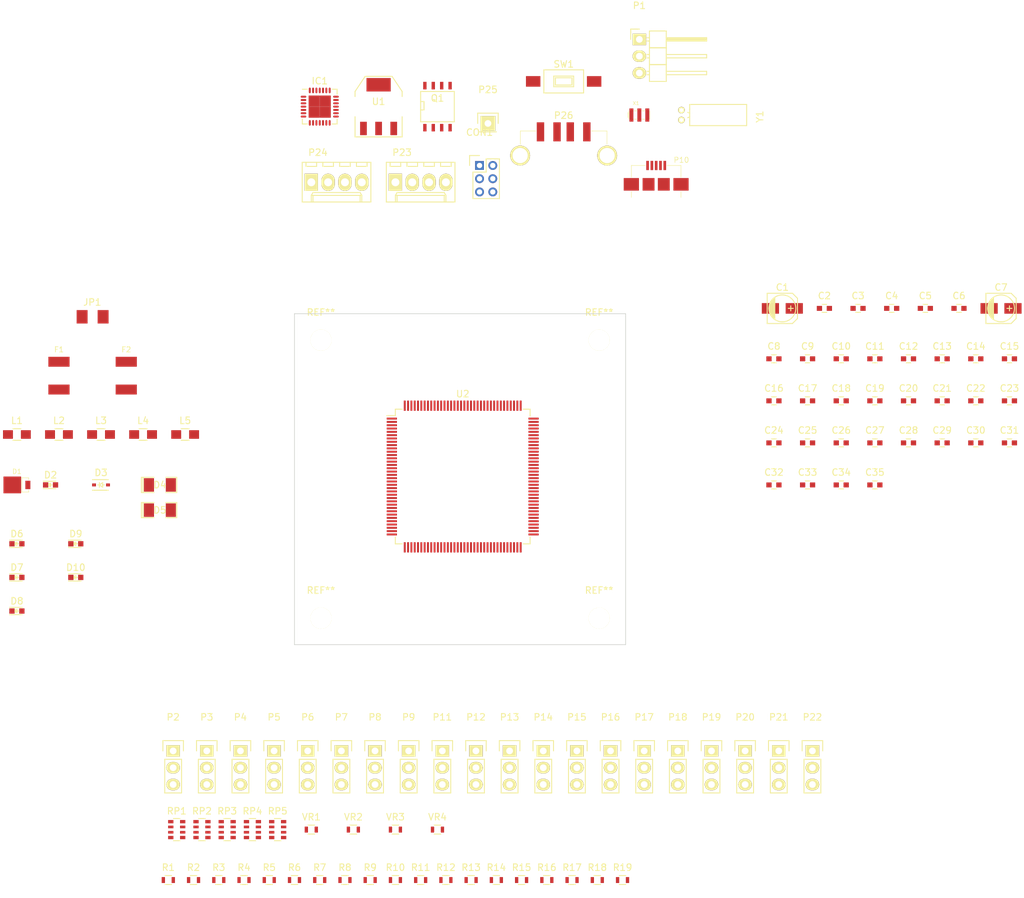
<source format=kicad_pcb>
(kicad_pcb (version 4) (host pcbnew 4.0.2-stable)
  (layers (0 F.Cu signal) (31 B.Cu signal) (34 B.Paste user) (35 F.Paste user) (36 B.SilkS user) (37 F.SilkS user) (38 B.Mask user) (39 F.Mask user) (44 Edge.Cuts user))
  (net 0 "")
  (net 1 VCC)
  (net 2 GNDPWR)
  (net 3 +5V)
  (net 4 GND)
  (net 5 "Net-(C3-Pad1)")
  (net 6 +3V3)
  (net 7 RESET)
  (net 8 DTR)
  (net 9 "Net-(C10-Pad1)")
  (net 10 "Net-(C11-Pad1)")
  (net 11 "Net-(C13-Pad1)")
  (net 12 VDDOUT)
  (net 13 "Net-(C21-Pad1)")
  (net 14 "Net-(C28-Pad2)")
  (net 15 VDDUTMI)
  (net 16 VDDANA)
  (net 17 MISO)
  (net 18 SPCK)
  (net 19 MOSI)
  (net 20 "Net-(D2-Pad1)")
  (net 21 "Net-(D3-Pad1)")
  (net 22 ADC_BAT)
  (net 23 "Net-(D6-Pad1)")
  (net 24 "Net-(D7-Pad1)")
  (net 25 "Net-(D8-Pad1)")
  (net 26 "Net-(D9-Pad1)")
  (net 27 "Net-(D10-Pad1)")
  (net 28 "Net-(F1-Pad1)")
  (net 29 "Net-(F2-Pad2)")
  (net 30 "Net-(IC1-Pad1)")
  (net 31 "Net-(IC1-Pad2)")
  (net 32 "Net-(IC1-Pad4)")
  (net 33 "Net-(IC1-Pad5)")
  (net 34 "Net-(IC1-Pad9)")
  (net 35 "Net-(IC1-Pad11)")
  (net 36 "Net-(IC1-Pad12)")
  (net 37 "Net-(IC1-Pad23)")
  (net 38 "Net-(IC1-Pad24)")
  (net 39 "Net-(IC1-Pad25)")
  (net 40 "Net-(IC1-Pad26)")
  (net 41 "Net-(IC1-Pad27)")
  (net 42 "Net-(JP1-Pad1)")
  (net 43 "Net-(L1-Pad1)")
  (net 44 "Net-(P1-Pad3)")
  (net 45 "Net-(P2-Pad3)")
  (net 46 "Net-(P3-Pad3)")
  (net 47 "Net-(P4-Pad3)")
  (net 48 "Net-(P5-Pad3)")
  (net 49 "Net-(P6-Pad3)")
  (net 50 "Net-(P7-Pad3)")
  (net 51 "Net-(P8-Pad3)")
  (net 52 "Net-(P9-Pad3)")
  (net 53 "Net-(P10-Pad4)")
  (net 54 "Net-(P11-Pad3)")
  (net 55 "Net-(P12-Pad3)")
  (net 56 "Net-(P13-Pad3)")
  (net 57 "Net-(P14-Pad3)")
  (net 58 "Net-(P15-Pad3)")
  (net 59 "Net-(P16-Pad3)")
  (net 60 "Net-(P17-Pad3)")
  (net 61 "Net-(P18-Pad3)")
  (net 62 "Net-(P19-Pad3)")
  (net 63 "Net-(P20-Pad3)")
  (net 64 "Net-(P21-Pad3)")
  (net 65 "Net-(P22-Pad3)")
  (net 66 SDA)
  (net 67 SCL)
  (net 68 RX1)
  (net 69 TX1)
  (net 70 +BATT)
  (net 71 D-)
  (net 72 D+)
  (net 73 RX0)
  (net 74 TX0)
  (net 75 LED_R)
  (net 76 "Net-(R13-Pad2)")
  (net 77 "Net-(R14-Pad2)")
  (net 78 LED_G)
  (net 79 LED_B)
  (net 80 TXL)
  (net 81 RXL)
  (net 82 "Net-(R19-Pad2)")
  (net 83 SRV2)
  (net 84 SRV1)
  (net 85 SRV3)
  (net 86 SRV4)
  (net 87 SRV6)
  (net 88 SRV5)
  (net 89 SRV7)
  (net 90 SRV8)
  (net 91 SRV10)
  (net 92 SRV9)
  (net 93 SRV11)
  (net 94 SRV12)
  (net 95 SRV14)
  (net 96 SRV13)
  (net 97 SRV15)
  (net 98 SRV16)
  (net 99 SRV18)
  (net 100 SRV17)
  (net 101 SRV19)
  (net 102 SRV20)
  (net 103 "Net-(U2-Pad3)")
  (net 104 "Net-(U2-Pad4)")
  (net 105 "Net-(U2-Pad7)")
  (net 106 "Net-(U2-Pad8)")
  (net 107 "Net-(U2-Pad9)")
  (net 108 "Net-(U2-Pad17)")
  (net 109 "Net-(U2-Pad18)")
  (net 110 "Net-(U2-Pad20)")
  (net 111 "Net-(U2-Pad21)")
  (net 112 "Net-(U2-Pad23)")
  (net 113 "Net-(U2-Pad24)")
  (net 114 "Net-(U2-Pad25)")
  (net 115 "Net-(U2-Pad26)")
  (net 116 "Net-(U2-Pad28)")
  (net 117 "Net-(U2-Pad29)")
  (net 118 "Net-(U2-Pad30)")
  (net 119 "Net-(U2-Pad31)")
  (net 120 "Net-(U2-Pad35)")
  (net 121 "Net-(U2-Pad36)")
  (net 122 "Net-(U2-Pad50)")
  (net 123 "Net-(U2-Pad51)")
  (net 124 "Net-(U2-Pad68)")
  (net 125 "Net-(U2-Pad69)")
  (net 126 "Net-(U2-Pad70)")
  (net 127 "Net-(U2-Pad71)")
  (net 128 "Net-(U2-Pad72)")
  (net 129 "Net-(U2-Pad76)")
  (net 130 "Net-(U2-Pad77)")
  (net 131 "Net-(U2-Pad79)")
  (net 132 "Net-(U2-Pad80)")
  (net 133 "Net-(U2-Pad81)")
  (net 134 "Net-(U2-Pad82)")
  (net 135 "Net-(U2-Pad83)")
  (net 136 "Net-(U2-Pad84)")
  (net 137 "Net-(U2-Pad85)")
  (net 138 "Net-(U2-Pad88)")
  (net 139 "Net-(U2-Pad89)")
  (net 140 "Net-(U2-Pad90)")
  (net 141 "Net-(U2-Pad91)")
  (net 142 "Net-(U2-Pad92)")
  (net 143 "Net-(U2-Pad93)")
  (net 144 "Net-(U2-Pad94)")
  (net 145 "Net-(U2-Pad95)")
  (net 146 "Net-(U2-Pad96)")
  (net 147 "Net-(U2-Pad97)")
  (net 148 "Net-(U2-Pad98)")
  (net 149 "Net-(U2-Pad102)")
  (net 150 "Net-(U2-Pad111)")
  (net 151 "Net-(U2-Pad112)")
  (net 152 "Net-(U2-Pad113)")
  (net 153 "Net-(U2-Pad114)")
  (net 154 "Net-(U2-Pad115)")
  (net 155 "Net-(U2-Pad117)")
  (net 156 "Net-(U2-Pad118)")
  (net 157 "Net-(U2-Pad119)")
  (net 158 "Net-(U2-Pad120)")
  (net 159 "Net-(U2-Pad121)")
  (net 160 "Net-(U2-Pad122)")
  (net 161 "Net-(U2-Pad123)")
  (net 162 "Net-(U2-Pad127)")
  (net 163 "Net-(U2-Pad128)")
  (net 164 "Net-(U2-Pad129)")
  (net 165 "Net-(U2-Pad131)")
  (net 166 "Net-(U2-Pad132)")
  (net 167 "Net-(U2-Pad133)")
  (net 168 "Net-(U2-Pad137)")
  (net 169 "Net-(U2-Pad138)")
  (net 170 "Net-(U2-Pad139)")
  (net 171 "Net-(U2-Pad140)")
  (net 172 "Net-(U2-Pad141)")
  (net 173 "Net-(U2-Pad142)")
  (net 174 "Net-(U2-Pad143)")
  (net 175 "Net-(U2-Pad144)")
  (module Capacitors_SMD:c_elec_4x4.5 (layer F.Cu) (at 198.66 79.2)
    (fp_text reference C1 (at 0 -3.175) (layer F.SilkS))
    (fp_text value 33uF)
    (pad 1 smd rect (at 1.80086 0) (size 2.60096 1.6002) (layers F.Cu F.Paste F.Mask) (net 1 VCC))
    (pad 2 smd rect (at -1.80086 0) (size 2.60096 1.6002) (layers F.Cu F.Paste F.Mask) (net 2 GNDPWR))
  )
  (module Capacitors_SMD:C_0603 (layer F.Cu) (at 205.01 79.2)
    (fp_text reference C2 (at 0 -1.9) (layer F.SilkS))
    (fp_text value 0.1uF)
    (pad 1 smd rect (at -0.75 0) (size 0.8 0.75) (layers F.Cu F.Paste F.Mask) (net 3 +5V))
    (pad 2 smd rect (at 0.75 0) (size 0.8 0.75) (layers F.Cu F.Paste F.Mask) (net 4 GND))
  )
  (module Capacitors_SMD:C_0603 (layer F.Cu) (at 210.09 79.2)
    (fp_text reference C3 (at 0 -1.9) (layer F.SilkS))
    (fp_text value 4.7uF)
    (pad 1 smd rect (at -0.75 0) (size 0.8 0.75) (layers F.Cu F.Paste F.Mask) (net 5 "Net-(C3-Pad1)"))
    (pad 2 smd rect (at 0.75 0) (size 0.8 0.75) (layers F.Cu F.Paste F.Mask) (net 4 GND))
  )
  (module Capacitors_SMD:C_0603 (layer F.Cu) (at 215.17 79.2)
    (fp_text reference C4 (at 0 -1.9) (layer F.SilkS))
    (fp_text value 470nF)
    (pad 1 smd rect (at -0.75 0) (size 0.8 0.75) (layers F.Cu F.Paste F.Mask) (net 3 +5V))
    (pad 2 smd rect (at 0.75 0) (size 0.8 0.75) (layers F.Cu F.Paste F.Mask) (net 4 GND))
  )
  (module Capacitors_SMD:C_0603 (layer F.Cu) (at 220.25 79.2)
    (fp_text reference C5 (at 0 -1.9) (layer F.SilkS))
    (fp_text value 0.1uF)
    (pad 1 smd rect (at -0.75 0) (size 0.8 0.75) (layers F.Cu F.Paste F.Mask) (net 5 "Net-(C3-Pad1)"))
    (pad 2 smd rect (at 0.75 0) (size 0.8 0.75) (layers F.Cu F.Paste F.Mask) (net 4 GND))
  )
  (module Capacitors_SMD:C_0603 (layer F.Cu) (at 225.33 79.2)
    (fp_text reference C6 (at 0 -1.9) (layer F.SilkS))
    (fp_text value 1uF)
    (pad 1 smd rect (at -0.75 0) (size 0.8 0.75) (layers F.Cu F.Paste F.Mask) (net 3 +5V))
    (pad 2 smd rect (at 0.75 0) (size 0.8 0.75) (layers F.Cu F.Paste F.Mask) (net 4 GND))
  )
  (module Capacitors_SMD:c_elec_4x4.5 (layer F.Cu) (at 231.68 79.2)
    (fp_text reference C7 (at 0 -3.175) (layer F.SilkS))
    (fp_text value 33uF)
    (pad 1 smd rect (at 1.80086 0) (size 2.60096 1.6002) (layers F.Cu F.Paste F.Mask) (net 6 +3V3))
    (pad 2 smd rect (at -1.80086 0) (size 2.60096 1.6002) (layers F.Cu F.Paste F.Mask) (net 4 GND))
  )
  (module Capacitors_SMD:C_0603 (layer F.Cu) (at 197.39 86.82)
    (fp_text reference C8 (at 0 -1.9) (layer F.SilkS))
    (fp_text value 0.1uF)
    (pad 1 smd rect (at -0.75 0) (size 0.8 0.75) (layers F.Cu F.Paste F.Mask) (net 7 RESET))
    (pad 2 smd rect (at 0.75 0) (size 0.8 0.75) (layers F.Cu F.Paste F.Mask) (net 8 DTR))
  )
  (module Capacitors_SMD:C_0603 (layer F.Cu) (at 202.47 86.82)
    (fp_text reference C9 (at 0 -1.9) (layer F.SilkS))
    (fp_text value 0.1uF)
    (pad 1 smd rect (at -0.75 0) (size 0.8 0.75) (layers F.Cu F.Paste F.Mask) (net 7 RESET))
    (pad 2 smd rect (at 0.75 0) (size 0.8 0.75) (layers F.Cu F.Paste F.Mask) (net 4 GND))
  )
  (module Capacitors_SMD:C_0603 (layer F.Cu) (at 207.55 86.82)
    (fp_text reference C10 (at 0 -1.9) (layer F.SilkS))
    (fp_text value 22pF)
    (pad 1 smd rect (at -0.75 0) (size 0.8 0.75) (layers F.Cu F.Paste F.Mask) (net 9 "Net-(C10-Pad1)"))
    (pad 2 smd rect (at 0.75 0) (size 0.8 0.75) (layers F.Cu F.Paste F.Mask) (net 4 GND))
  )
  (module Capacitors_SMD:C_0603 (layer F.Cu) (at 212.63 86.82)
    (fp_text reference C11 (at 0 -1.9) (layer F.SilkS))
    (fp_text value 22pF)
    (pad 1 smd rect (at -0.75 0) (size 0.8 0.75) (layers F.Cu F.Paste F.Mask) (net 10 "Net-(C11-Pad1)"))
    (pad 2 smd rect (at 0.75 0) (size 0.8 0.75) (layers F.Cu F.Paste F.Mask) (net 4 GND))
  )
  (module Capacitors_SMD:C_0603 (layer F.Cu) (at 217.71 86.82)
    (fp_text reference C12 (at 0 -1.9) (layer F.SilkS))
    (fp_text value 10nF)
    (pad 1 smd rect (at -0.75 0) (size 0.8 0.75) (layers F.Cu F.Paste F.Mask) (net 4 GND))
    (pad 2 smd rect (at 0.75 0) (size 0.8 0.75) (layers F.Cu F.Paste F.Mask) (net 3 +5V))
  )
  (module Capacitors_SMD:C_0603 (layer F.Cu) (at 222.79 86.82)
    (fp_text reference C13 (at 0 -1.9) (layer F.SilkS))
    (fp_text value 22pF)
    (pad 1 smd rect (at -0.75 0) (size 0.8 0.75) (layers F.Cu F.Paste F.Mask) (net 11 "Net-(C13-Pad1)"))
    (pad 2 smd rect (at 0.75 0) (size 0.8 0.75) (layers F.Cu F.Paste F.Mask) (net 4 GND))
  )
  (module Capacitors_SMD:C_0603 (layer F.Cu) (at 227.87 86.82)
    (fp_text reference C14 (at 0 -1.9) (layer F.SilkS))
    (fp_text value 10uF)
    (pad 1 smd rect (at -0.75 0) (size 0.8 0.75) (layers F.Cu F.Paste F.Mask) (net 12 VDDOUT))
    (pad 2 smd rect (at 0.75 0) (size 0.8 0.75) (layers F.Cu F.Paste F.Mask) (net 4 GND))
  )
  (module Capacitors_SMD:C_0603 (layer F.Cu) (at 232.95 86.82)
    (fp_text reference C15 (at 0 -1.9) (layer F.SilkS))
    (fp_text value 0.1uF)
    (pad 1 smd rect (at -0.75 0) (size 0.8 0.75) (layers F.Cu F.Paste F.Mask) (net 12 VDDOUT))
    (pad 2 smd rect (at 0.75 0) (size 0.8 0.75) (layers F.Cu F.Paste F.Mask) (net 4 GND))
  )
  (module Capacitors_SMD:C_0603 (layer F.Cu) (at 197.39 93.17)
    (fp_text reference C16 (at 0 -1.9) (layer F.SilkS))
    (fp_text value 0.1uF)
    (pad 1 smd rect (at -0.75 0) (size 0.8 0.75) (layers F.Cu F.Paste F.Mask) (net 12 VDDOUT))
    (pad 2 smd rect (at 0.75 0) (size 0.8 0.75) (layers F.Cu F.Paste F.Mask) (net 4 GND))
  )
  (module Capacitors_SMD:C_0603 (layer F.Cu) (at 202.47 93.17)
    (fp_text reference C17 (at 0 -1.9) (layer F.SilkS))
    (fp_text value 0.1uF)
    (pad 1 smd rect (at -0.75 0) (size 0.8 0.75) (layers F.Cu F.Paste F.Mask) (net 12 VDDOUT))
    (pad 2 smd rect (at 0.75 0) (size 0.8 0.75) (layers F.Cu F.Paste F.Mask) (net 4 GND))
  )
  (module Capacitors_SMD:C_0603 (layer F.Cu) (at 207.55 93.17)
    (fp_text reference C18 (at 0 -1.9) (layer F.SilkS))
    (fp_text value 0.1uF)
    (pad 1 smd rect (at -0.75 0) (size 0.8 0.75) (layers F.Cu F.Paste F.Mask) (net 12 VDDOUT))
    (pad 2 smd rect (at 0.75 0) (size 0.8 0.75) (layers F.Cu F.Paste F.Mask) (net 4 GND))
  )
  (module Capacitors_SMD:C_0603 (layer F.Cu) (at 212.63 93.17)
    (fp_text reference C19 (at 0 -1.9) (layer F.SilkS))
    (fp_text value 0.1uF)
    (pad 1 smd rect (at -0.75 0) (size 0.8 0.75) (layers F.Cu F.Paste F.Mask) (net 12 VDDOUT))
    (pad 2 smd rect (at 0.75 0) (size 0.8 0.75) (layers F.Cu F.Paste F.Mask) (net 4 GND))
  )
  (module Capacitors_SMD:C_0603 (layer F.Cu) (at 217.71 93.17)
    (fp_text reference C20 (at 0 -1.9) (layer F.SilkS))
    (fp_text value 0.1uF)
    (pad 1 smd rect (at -0.75 0) (size 0.8 0.75) (layers F.Cu F.Paste F.Mask) (net 12 VDDOUT))
    (pad 2 smd rect (at 0.75 0) (size 0.8 0.75) (layers F.Cu F.Paste F.Mask) (net 4 GND))
  )
  (module Capacitors_SMD:C_0603 (layer F.Cu) (at 222.79 93.17)
    (fp_text reference C21 (at 0 -1.9) (layer F.SilkS))
    (fp_text value 0.1uF)
    (pad 1 smd rect (at -0.75 0) (size 0.8 0.75) (layers F.Cu F.Paste F.Mask) (net 13 "Net-(C21-Pad1)"))
    (pad 2 smd rect (at 0.75 0) (size 0.8 0.75) (layers F.Cu F.Paste F.Mask) (net 4 GND))
  )
  (module Capacitors_SMD:C_0603 (layer F.Cu) (at 227.87 93.17)
    (fp_text reference C22 (at 0 -1.9) (layer F.SilkS))
    (fp_text value 0.1uF)
    (pad 1 smd rect (at -0.75 0) (size 0.8 0.75) (layers F.Cu F.Paste F.Mask) (net 6 +3V3))
    (pad 2 smd rect (at 0.75 0) (size 0.8 0.75) (layers F.Cu F.Paste F.Mask) (net 4 GND))
  )
  (module Capacitors_SMD:C_0603 (layer F.Cu) (at 232.95 93.17)
    (fp_text reference C23 (at 0 -1.9) (layer F.SilkS))
    (fp_text value 10uF)
    (pad 1 smd rect (at -0.75 0) (size 0.8 0.75) (layers F.Cu F.Paste F.Mask) (net 6 +3V3))
    (pad 2 smd rect (at 0.75 0) (size 0.8 0.75) (layers F.Cu F.Paste F.Mask) (net 4 GND))
  )
  (module Capacitors_SMD:C_0603 (layer F.Cu) (at 197.39 99.52)
    (fp_text reference C24 (at 0 -1.9) (layer F.SilkS))
    (fp_text value 0.1uF)
    (pad 1 smd rect (at -0.75 0) (size 0.8 0.75) (layers F.Cu F.Paste F.Mask) (net 6 +3V3))
    (pad 2 smd rect (at 0.75 0) (size 0.8 0.75) (layers F.Cu F.Paste F.Mask) (net 4 GND))
  )
  (module Capacitors_SMD:C_0603 (layer F.Cu) (at 202.47 99.52)
    (fp_text reference C25 (at 0 -1.9) (layer F.SilkS))
    (fp_text value 0.1uF)
    (pad 1 smd rect (at -0.75 0) (size 0.8 0.75) (layers F.Cu F.Paste F.Mask) (net 6 +3V3))
    (pad 2 smd rect (at 0.75 0) (size 0.8 0.75) (layers F.Cu F.Paste F.Mask) (net 4 GND))
  )
  (module Capacitors_SMD:C_0603 (layer F.Cu) (at 207.55 99.52)
    (fp_text reference C26 (at 0 -1.9) (layer F.SilkS))
    (fp_text value 0.1uF)
    (pad 1 smd rect (at -0.75 0) (size 0.8 0.75) (layers F.Cu F.Paste F.Mask) (net 6 +3V3))
    (pad 2 smd rect (at 0.75 0) (size 0.8 0.75) (layers F.Cu F.Paste F.Mask) (net 4 GND))
  )
  (module Capacitors_SMD:C_0603 (layer F.Cu) (at 212.63 99.52)
    (fp_text reference C27 (at 0 -1.9) (layer F.SilkS))
    (fp_text value 0.1uF)
    (pad 1 smd rect (at -0.75 0) (size 0.8 0.75) (layers F.Cu F.Paste F.Mask) (net 6 +3V3))
    (pad 2 smd rect (at 0.75 0) (size 0.8 0.75) (layers F.Cu F.Paste F.Mask) (net 4 GND))
  )
  (module Capacitors_SMD:C_0603 (layer F.Cu) (at 217.71 99.52)
    (fp_text reference C28 (at 0 -1.9) (layer F.SilkS))
    (fp_text value 0.1uF)
    (pad 1 smd rect (at -0.75 0) (size 0.8 0.75) (layers F.Cu F.Paste F.Mask) (net 4 GND))
    (pad 2 smd rect (at 0.75 0) (size 0.8 0.75) (layers F.Cu F.Paste F.Mask) (net 14 "Net-(C28-Pad2)"))
  )
  (module Capacitors_SMD:C_0603 (layer F.Cu) (at 222.79 99.52)
    (fp_text reference C29 (at 0 -1.9) (layer F.SilkS))
    (fp_text value 0.1uF)
    (pad 1 smd rect (at -0.75 0) (size 0.8 0.75) (layers F.Cu F.Paste F.Mask) (net 6 +3V3))
    (pad 2 smd rect (at 0.75 0) (size 0.8 0.75) (layers F.Cu F.Paste F.Mask) (net 4 GND))
  )
  (module Capacitors_SMD:C_0603 (layer F.Cu) (at 227.87 99.52)
    (fp_text reference C30 (at 0 -1.9) (layer F.SilkS))
    (fp_text value 10uF)
    (pad 1 smd rect (at -0.75 0) (size 0.8 0.75) (layers F.Cu F.Paste F.Mask) (net 4 GND))
    (pad 2 smd rect (at 0.75 0) (size 0.8 0.75) (layers F.Cu F.Paste F.Mask) (net 14 "Net-(C28-Pad2)"))
  )
  (module Capacitors_SMD:C_0603 (layer F.Cu) (at 232.95 99.52)
    (fp_text reference C31 (at 0 -1.9) (layer F.SilkS))
    (fp_text value 0.1uF)
    (pad 1 smd rect (at -0.75 0) (size 0.8 0.75) (layers F.Cu F.Paste F.Mask) (net 6 +3V3))
    (pad 2 smd rect (at 0.75 0) (size 0.8 0.75) (layers F.Cu F.Paste F.Mask) (net 4 GND))
  )
  (module Capacitors_SMD:C_0603 (layer F.Cu) (at 197.39 105.87)
    (fp_text reference C32 (at 0 -1.9) (layer F.SilkS))
    (fp_text value 0.1uF)
    (pad 1 smd rect (at -0.75 0) (size 0.8 0.75) (layers F.Cu F.Paste F.Mask) (net 15 VDDUTMI))
    (pad 2 smd rect (at 0.75 0) (size 0.8 0.75) (layers F.Cu F.Paste F.Mask) (net 4 GND))
  )
  (module Capacitors_SMD:C_0603 (layer F.Cu) (at 202.47 105.87)
    (fp_text reference C33 (at 0 -1.9) (layer F.SilkS))
    (fp_text value 10uF)
    (pad 1 smd rect (at -0.75 0) (size 0.8 0.75) (layers F.Cu F.Paste F.Mask) (net 15 VDDUTMI))
    (pad 2 smd rect (at 0.75 0) (size 0.8 0.75) (layers F.Cu F.Paste F.Mask) (net 4 GND))
  )
  (module Capacitors_SMD:C_0603 (layer F.Cu) (at 207.55 105.87)
    (fp_text reference C34 (at 0 -1.9) (layer F.SilkS))
    (fp_text value 0.1uF)
    (pad 1 smd rect (at -0.75 0) (size 0.8 0.75) (layers F.Cu F.Paste F.Mask) (net 16 VDDANA))
    (pad 2 smd rect (at 0.75 0) (size 0.8 0.75) (layers F.Cu F.Paste F.Mask) (net 4 GND))
  )
  (module Capacitors_SMD:C_0603 (layer F.Cu) (at 212.63 105.87)
    (fp_text reference C35 (at 0 -1.9) (layer F.SilkS))
    (fp_text value 10uF)
    (pad 1 smd rect (at -0.75 0) (size 0.8 0.75) (layers F.Cu F.Paste F.Mask) (net 16 VDDANA))
    (pad 2 smd rect (at 0.75 0) (size 0.8 0.75) (layers F.Cu F.Paste F.Mask) (net 4 GND))
  )
  (module Pin_Headers:Pin_Header_Straight_2x03_Pitch2.00mm (layer F.Cu) (at 152.94 57.61)
    (fp_text reference CON1 (at 0 -5) (layer F.SilkS))
    (fp_text value SPI)
    (pad 1 thru_hole rect (at 0 0) (size 1.35 1.35) (drill 0.8) (layers *.Cu *.Mask) (net 17 MISO))
    (pad 3 thru_hole circle (at 0 2) (size 1.35 1.35) (drill 0.8) (layers *.Cu *.Mask) (net 18 SPCK))
    (pad 5 thru_hole circle (at 0 4) (size 1.35 1.35) (drill 0.8) (layers *.Cu *.Mask) (net 7 RESET))
    (pad 2 thru_hole circle (at 2 0) (size 1.35 1.35) (drill 0.8) (layers *.Cu *.Mask) (net 3 +5V))
    (pad 4 thru_hole circle (at 2 2) (size 1.35 1.35) (drill 0.8) (layers *.Cu *.Mask) (net 19 MOSI))
    (pad 6 thru_hole circle (at 2 4) (size 1.35 1.35) (drill 0.8) (layers *.Cu *.Mask) (net 4 GND))
  )
  (module Humanoide_lib:DO-220AA (layer F.Cu) (at 83.09 105.87)
    (fp_text reference D1 (at 0 -2.032) (layer F.SilkS) (effects (font (size 0.7 0.7) (thickness 0.1))))
    (fp_text value SS1P3L)
    (pad 1 smd rect (at -0.6985 0) (size 2.67 2.54) (layers F.Cu F.Paste F.Mask) (net 3 +5V))
    (pad 2 smd rect (at 1.6525 0) (size 0.762 1.27) (layers F.Cu F.Paste F.Mask) (net 1 VCC))
  )
  (module LEDs:LED_0603 (layer F.Cu) (at 88.17 105.87)
    (fp_text reference D2 (at 0 -1.5) (layer F.SilkS))
    (fp_text value GREEN)
    (pad 2 smd rect (at 0.7493 0 180) (size 0.79756 0.79756) (layers F.Cu F.Paste F.Mask) (net 6 +3V3))
    (pad 1 smd rect (at -0.7493 0 180) (size 0.79756 0.79756) (layers F.Cu F.Paste F.Mask) (net 20 "Net-(D2-Pad1)"))
  )
  (module Diodes_SMD:SOD-323 (layer F.Cu) (at 95.79 105.87)
    (fp_text reference D3 (at 0 -1.85) (layer F.SilkS))
    (fp_text value MM3Z12VT1G)
    (pad 1 smd rect (at -1.055 0) (size 0.59 0.45) (layers F.Cu F.Paste F.Mask) (net 21 "Net-(D3-Pad1)"))
    (pad 2 smd rect (at 1.055 0) (size 0.59 0.45) (layers F.Cu F.Paste F.Mask) (net 4 GND))
  )
  (module SMD_Packages:SMD-1206_Pol (layer F.Cu) (at 104.68 105.87)
    (fp_text reference D4 (at 0 0) (layer F.SilkS))
    (fp_text value CD1206-S01575)
    (pad 1 smd rect (at -1.651 0) (size 1.524 2.032) (layers F.Cu F.Paste F.Mask) (net 6 +3V3))
    (pad 2 smd rect (at 1.651 0) (size 1.524 2.032) (layers F.Cu F.Paste F.Mask) (net 22 ADC_BAT))
  )
  (module SMD_Packages:SMD-1206_Pol (layer F.Cu) (at 104.68 109.68)
    (fp_text reference D5 (at 0 0) (layer F.SilkS))
    (fp_text value CD1206-S01575)
    (pad 1 smd rect (at -1.651 0) (size 1.524 2.032) (layers F.Cu F.Paste F.Mask) (net 6 +3V3))
    (pad 2 smd rect (at 1.651 0) (size 1.524 2.032) (layers F.Cu F.Paste F.Mask) (net 7 RESET))
  )
  (module LEDs:LED_0603 (layer F.Cu) (at 83.09 114.76)
    (fp_text reference D6 (at 0 -1.5) (layer F.SilkS))
    (fp_text value RED)
    (pad 2 smd rect (at 0.7493 0 180) (size 0.79756 0.79756) (layers F.Cu F.Paste F.Mask) (net 6 +3V3))
    (pad 1 smd rect (at -0.7493 0 180) (size 0.79756 0.79756) (layers F.Cu F.Paste F.Mask) (net 23 "Net-(D6-Pad1)"))
  )
  (module LEDs:LED_0603 (layer F.Cu) (at 83.09 119.84)
    (fp_text reference D7 (at 0 -1.5) (layer F.SilkS))
    (fp_text value GREEN)
    (pad 2 smd rect (at 0.7493 0 180) (size 0.79756 0.79756) (layers F.Cu F.Paste F.Mask) (net 6 +3V3))
    (pad 1 smd rect (at -0.7493 0 180) (size 0.79756 0.79756) (layers F.Cu F.Paste F.Mask) (net 24 "Net-(D7-Pad1)"))
  )
  (module LEDs:LED_0603 (layer F.Cu) (at 83.09 124.92)
    (fp_text reference D8 (at 0 -1.5) (layer F.SilkS))
    (fp_text value BLUE)
    (pad 2 smd rect (at 0.7493 0 180) (size 0.79756 0.79756) (layers F.Cu F.Paste F.Mask) (net 6 +3V3))
    (pad 1 smd rect (at -0.7493 0 180) (size 0.79756 0.79756) (layers F.Cu F.Paste F.Mask) (net 25 "Net-(D8-Pad1)"))
  )
  (module LEDs:LED_0603 (layer F.Cu) (at 91.98 114.76)
    (fp_text reference D9 (at 0 -1.5) (layer F.SilkS))
    (fp_text value YELLOW)
    (pad 2 smd rect (at 0.7493 0 180) (size 0.79756 0.79756) (layers F.Cu F.Paste F.Mask) (net 6 +3V3))
    (pad 1 smd rect (at -0.7493 0 180) (size 0.79756 0.79756) (layers F.Cu F.Paste F.Mask) (net 26 "Net-(D9-Pad1)"))
  )
  (module LEDs:LED_0603 (layer F.Cu) (at 91.98 119.84)
    (fp_text reference D10 (at 0 -1.5) (layer F.SilkS))
    (fp_text value YELLOW)
    (pad 2 smd rect (at 0.7493 0 180) (size 0.79756 0.79756) (layers F.Cu F.Paste F.Mask) (net 6 +3V3))
    (pad 1 smd rect (at -0.7493 0 180) (size 0.79756 0.79756) (layers F.Cu F.Paste F.Mask) (net 27 "Net-(D10-Pad1)"))
  )
  (module Humanoide_lib:Fuse_SMD (layer F.Cu) (at 89.44 89.36)
    (fp_text reference F1 (at 0 -3.937) (layer F.SilkS) (effects (font (size 0.8 0.8) (thickness 0.12))))
    (fp_text value MF-MSMF050-2)
    (pad 1 smd rect (at 0 -2.1) (size 3.2 1.5) (layers F.Cu F.Paste F.Mask) (net 28 "Net-(F1-Pad1)"))
    (pad 2 smd rect (at 0 2.1) (size 3.2 1.5) (layers F.Cu F.Paste F.Mask) (net 3 +5V))
  )
  (module Humanoide_lib:Fuse_SMD (layer F.Cu) (at 99.6 89.36)
    (fp_text reference F2 (at 0 -3.937) (layer F.SilkS) (effects (font (size 0.8 0.8) (thickness 0.12))))
    (fp_text value MF-MSMF050-2)
    (pad 1 smd rect (at 0 -2.1) (size 3.2 1.5) (layers F.Cu F.Paste F.Mask) (net 3 +5V))
    (pad 2 smd rect (at 0 2.1) (size 3.2 1.5) (layers F.Cu F.Paste F.Mask) (net 29 "Net-(F2-Pad2)"))
  )
  (module Housings_DFN_QFN:QFN-28-1EP_5x5mm_Pitch0.5mm (layer F.Cu) (at 128.81 48.72)
    (fp_text reference IC1 (at 0 -3.875) (layer F.SilkS))
    (fp_text value CP2102)
    (pad 1 smd oval (at -2.45 -1.5) (size 0.85 0.3) (layers F.Cu F.Paste F.Mask) (net 30 "Net-(IC1-Pad1)"))
    (pad 2 smd oval (at -2.45 -1) (size 0.85 0.3) (layers F.Cu F.Paste F.Mask) (net 31 "Net-(IC1-Pad2)"))
    (pad 3 smd oval (at -2.45 -0.5) (size 0.85 0.3) (layers F.Cu F.Paste F.Mask) (net 4 GND))
    (pad 4 smd oval (at -2.45 0) (size 0.85 0.3) (layers F.Cu F.Paste F.Mask) (net 32 "Net-(IC1-Pad4)"))
    (pad 5 smd oval (at -2.45 0.5) (size 0.85 0.3) (layers F.Cu F.Paste F.Mask) (net 33 "Net-(IC1-Pad5)"))
    (pad 6 smd oval (at -2.45 1) (size 0.85 0.3) (layers F.Cu F.Paste F.Mask) (net 5 "Net-(C3-Pad1)"))
    (pad 7 smd oval (at -2.45 1.5) (size 0.85 0.3) (layers F.Cu F.Paste F.Mask) (net 3 +5V))
    (pad 8 smd oval (at -1.5 2.45 90) (size 0.85 0.3) (layers F.Cu F.Paste F.Mask) (net 3 +5V))
    (pad 9 smd oval (at -1 2.45 90) (size 0.85 0.3) (layers F.Cu F.Paste F.Mask) (net 34 "Net-(IC1-Pad9)"))
    (pad 10 smd oval (at -0.5 2.45 90) (size 0.85 0.3) (layers F.Cu F.Paste F.Mask))
    (pad 11 smd oval (at 0 2.45 90) (size 0.85 0.3) (layers F.Cu F.Paste F.Mask) (net 35 "Net-(IC1-Pad11)"))
    (pad 12 smd oval (at 0.5 2.45 90) (size 0.85 0.3) (layers F.Cu F.Paste F.Mask) (net 36 "Net-(IC1-Pad12)"))
    (pad 13 smd oval (at 1 2.45 90) (size 0.85 0.3) (layers F.Cu F.Paste F.Mask))
    (pad 14 smd oval (at 1.5 2.45 90) (size 0.85 0.3) (layers F.Cu F.Paste F.Mask))
    (pad 15 smd oval (at 2.45 1.5) (size 0.85 0.3) (layers F.Cu F.Paste F.Mask))
    (pad 16 smd oval (at 2.45 1) (size 0.85 0.3) (layers F.Cu F.Paste F.Mask))
    (pad 17 smd oval (at 2.45 0.5) (size 0.85 0.3) (layers F.Cu F.Paste F.Mask))
    (pad 18 smd oval (at 2.45 0) (size 0.85 0.3) (layers F.Cu F.Paste F.Mask))
    (pad 19 smd oval (at 2.45 -0.5) (size 0.85 0.3) (layers F.Cu F.Paste F.Mask))
    (pad 20 smd oval (at 2.45 -1) (size 0.85 0.3) (layers F.Cu F.Paste F.Mask))
    (pad 21 smd oval (at 2.45 -1.5) (size 0.85 0.3) (layers F.Cu F.Paste F.Mask))
    (pad 22 smd oval (at 1.5 -2.45 90) (size 0.85 0.3) (layers F.Cu F.Paste F.Mask))
    (pad 23 smd oval (at 1 -2.45 90) (size 0.85 0.3) (layers F.Cu F.Paste F.Mask) (net 37 "Net-(IC1-Pad23)"))
    (pad 24 smd oval (at 0.5 -2.45 90) (size 0.85 0.3) (layers F.Cu F.Paste F.Mask) (net 38 "Net-(IC1-Pad24)"))
    (pad 25 smd oval (at 0 -2.45 90) (size 0.85 0.3) (layers F.Cu F.Paste F.Mask) (net 39 "Net-(IC1-Pad25)"))
    (pad 26 smd oval (at -0.5 -2.45 90) (size 0.85 0.3) (layers F.Cu F.Paste F.Mask) (net 40 "Net-(IC1-Pad26)"))
    (pad 27 smd oval (at -1 -2.45 90) (size 0.85 0.3) (layers F.Cu F.Paste F.Mask) (net 41 "Net-(IC1-Pad27)"))
    (pad 28 smd oval (at -1.5 -2.45 90) (size 0.85 0.3) (layers F.Cu F.Paste F.Mask) (net 8 DTR))
    (pad 29 smd rect (at 0.8375 0.8375) (size 1.675 1.675) (layers F.Cu F.Paste F.Mask) (net 4 GND))
    (pad 29 smd rect (at 0.8375 -0.8375) (size 1.675 1.675) (layers F.Cu F.Paste F.Mask) (net 4 GND))
    (pad 29 smd rect (at -0.8375 0.8375) (size 1.675 1.675) (layers F.Cu F.Paste F.Mask) (net 4 GND))
    (pad 29 smd rect (at -0.8375 -0.8375) (size 1.675 1.675) (layers F.Cu F.Paste F.Mask) (net 4 GND))
  )
  (module Fuse_Holders_and_Fuses:Fuse_SMD1206_Wave (layer F.Cu) (at 94.52 80.47)
    (fp_text reference JP1 (at -0.0508 -2.19964) (layer F.SilkS))
    (fp_text value JUMPER)
    (pad 1 smd rect (at -1.58496 0 90) (size 2.02946 1.651) (layers F.Cu F.Paste F.Mask) (net 42 "Net-(JP1-Pad1)"))
    (pad 2 smd rect (at 1.58496 0 90) (size 2.02946 1.651) (layers F.Cu F.Paste F.Mask) (net 6 +3V3))
  )
  (module Resistors_SMD:R_0805_HandSoldering (layer F.Cu) (at 83.09 98.25)
    (fp_text reference L1 (at 0 -2.1) (layer F.SilkS))
    (fp_text value BLM21)
    (pad 1 smd rect (at -1.35 0) (size 1.5 1.3) (layers F.Cu F.Paste F.Mask) (net 43 "Net-(L1-Pad1)"))
    (pad 2 smd rect (at 1.35 0) (size 1.5 1.3) (layers F.Cu F.Paste F.Mask) (net 4 GND))
  )
  (module Resistors_SMD:R_0805_HandSoldering (layer F.Cu) (at 89.44 98.25)
    (fp_text reference L2 (at 0 -2.1) (layer F.SilkS))
    (fp_text value BLM21)
    (pad 1 smd rect (at -1.35 0) (size 1.5 1.3) (layers F.Cu F.Paste F.Mask) (net 6 +3V3))
    (pad 2 smd rect (at 1.35 0) (size 1.5 1.3) (layers F.Cu F.Paste F.Mask) (net 13 "Net-(C21-Pad1)"))
  )
  (module Resistors_SMD:R_0805_HandSoldering (layer F.Cu) (at 95.79 98.25)
    (fp_text reference L3 (at 0 -2.1) (layer F.SilkS))
    (fp_text value BLM21)
    (pad 1 smd rect (at -1.35 0) (size 1.5 1.3) (layers F.Cu F.Paste F.Mask) (net 12 VDDOUT))
    (pad 2 smd rect (at 1.35 0) (size 1.5 1.3) (layers F.Cu F.Paste F.Mask) (net 14 "Net-(C28-Pad2)"))
  )
  (module Resistors_SMD:R_0805_HandSoldering (layer F.Cu) (at 102.14 98.25)
    (fp_text reference L4 (at 0 -2.1) (layer F.SilkS))
    (fp_text value BLM21)
    (pad 1 smd rect (at -1.35 0) (size 1.5 1.3) (layers F.Cu F.Paste F.Mask) (net 6 +3V3))
    (pad 2 smd rect (at 1.35 0) (size 1.5 1.3) (layers F.Cu F.Paste F.Mask) (net 15 VDDUTMI))
  )
  (module Resistors_SMD:R_0805_HandSoldering (layer F.Cu) (at 108.49 98.25)
    (fp_text reference L5 (at 0 -2.1) (layer F.SilkS))
    (fp_text value BLM21)
    (pad 1 smd rect (at -1.35 0) (size 1.5 1.3) (layers F.Cu F.Paste F.Mask) (net 6 +3V3))
    (pad 2 smd rect (at 1.35 0) (size 1.5 1.3) (layers F.Cu F.Paste F.Mask) (net 16 VDDANA))
  )
  (module Pin_Headers:Pin_Header_Angled_1x03 (layer F.Cu) (at 177.07 38.56)
    (fp_text reference P1 (at 0 -5.1) (layer F.SilkS))
    (fp_text value CONN_01X03)
    (pad 1 thru_hole rect (at 0 0) (size 2.032 1.7272) (drill 1.016) (layers *.Cu *.Mask F.SilkS) (net 2 GNDPWR))
    (pad 2 thru_hole oval (at 0 2.54) (size 2.032 1.7272) (drill 1.016) (layers *.Cu *.Mask F.SilkS) (net 1 VCC))
    (pad 3 thru_hole oval (at 0 5.08) (size 2.032 1.7272) (drill 1.016) (layers *.Cu *.Mask F.SilkS) (net 44 "Net-(P1-Pad3)"))
  )
  (module Pin_Headers:Pin_Header_Straight_1x03 (layer F.Cu) (at 106.68 146.05)
    (fp_text reference P2 (at 0 -5.1) (layer F.SilkS))
    (fp_text value SRV1)
    (pad 1 thru_hole rect (at 0 0) (size 2.032 1.7272) (drill 1.016) (layers *.Cu *.Mask F.SilkS) (net 4 GND))
    (pad 2 thru_hole oval (at 0 2.54) (size 2.032 1.7272) (drill 1.016) (layers *.Cu *.Mask F.SilkS) (net 1 VCC))
    (pad 3 thru_hole oval (at 0 5.08) (size 2.032 1.7272) (drill 1.016) (layers *.Cu *.Mask F.SilkS) (net 45 "Net-(P2-Pad3)"))
  )
  (module Pin_Headers:Pin_Header_Straight_1x03 (layer F.Cu) (at 111.76 146.05)
    (fp_text reference P3 (at 0 -5.1) (layer F.SilkS))
    (fp_text value SRV2)
    (pad 1 thru_hole rect (at 0 0) (size 2.032 1.7272) (drill 1.016) (layers *.Cu *.Mask F.SilkS) (net 4 GND))
    (pad 2 thru_hole oval (at 0 2.54) (size 2.032 1.7272) (drill 1.016) (layers *.Cu *.Mask F.SilkS) (net 1 VCC))
    (pad 3 thru_hole oval (at 0 5.08) (size 2.032 1.7272) (drill 1.016) (layers *.Cu *.Mask F.SilkS) (net 46 "Net-(P3-Pad3)"))
  )
  (module Pin_Headers:Pin_Header_Straight_1x03 (layer F.Cu) (at 116.84 146.05)
    (fp_text reference P4 (at 0 -5.1) (layer F.SilkS))
    (fp_text value SRV3)
    (pad 1 thru_hole rect (at 0 0) (size 2.032 1.7272) (drill 1.016) (layers *.Cu *.Mask F.SilkS) (net 4 GND))
    (pad 2 thru_hole oval (at 0 2.54) (size 2.032 1.7272) (drill 1.016) (layers *.Cu *.Mask F.SilkS) (net 1 VCC))
    (pad 3 thru_hole oval (at 0 5.08) (size 2.032 1.7272) (drill 1.016) (layers *.Cu *.Mask F.SilkS) (net 47 "Net-(P4-Pad3)"))
  )
  (module Pin_Headers:Pin_Header_Straight_1x03 (layer F.Cu) (at 121.92 146.05)
    (fp_text reference P5 (at 0 -5.1) (layer F.SilkS))
    (fp_text value SRV4)
    (pad 1 thru_hole rect (at 0 0) (size 2.032 1.7272) (drill 1.016) (layers *.Cu *.Mask F.SilkS) (net 4 GND))
    (pad 2 thru_hole oval (at 0 2.54) (size 2.032 1.7272) (drill 1.016) (layers *.Cu *.Mask F.SilkS) (net 1 VCC))
    (pad 3 thru_hole oval (at 0 5.08) (size 2.032 1.7272) (drill 1.016) (layers *.Cu *.Mask F.SilkS) (net 48 "Net-(P5-Pad3)"))
  )
  (module Pin_Headers:Pin_Header_Straight_1x03 (layer F.Cu) (at 127 146.05)
    (fp_text reference P6 (at 0 -5.1) (layer F.SilkS))
    (fp_text value SRV5)
    (pad 1 thru_hole rect (at 0 0) (size 2.032 1.7272) (drill 1.016) (layers *.Cu *.Mask F.SilkS) (net 4 GND))
    (pad 2 thru_hole oval (at 0 2.54) (size 2.032 1.7272) (drill 1.016) (layers *.Cu *.Mask F.SilkS) (net 1 VCC))
    (pad 3 thru_hole oval (at 0 5.08) (size 2.032 1.7272) (drill 1.016) (layers *.Cu *.Mask F.SilkS) (net 49 "Net-(P6-Pad3)"))
  )
  (module Pin_Headers:Pin_Header_Straight_1x03 (layer F.Cu) (at 132.08 146.05)
    (fp_text reference P7 (at 0 -5.1) (layer F.SilkS))
    (fp_text value SRV6)
    (pad 1 thru_hole rect (at 0 0) (size 2.032 1.7272) (drill 1.016) (layers *.Cu *.Mask F.SilkS) (net 4 GND))
    (pad 2 thru_hole oval (at 0 2.54) (size 2.032 1.7272) (drill 1.016) (layers *.Cu *.Mask F.SilkS) (net 1 VCC))
    (pad 3 thru_hole oval (at 0 5.08) (size 2.032 1.7272) (drill 1.016) (layers *.Cu *.Mask F.SilkS) (net 50 "Net-(P7-Pad3)"))
  )
  (module Pin_Headers:Pin_Header_Straight_1x03 (layer F.Cu) (at 137.16 146.05)
    (fp_text reference P8 (at 0 -5.1) (layer F.SilkS))
    (fp_text value SRV7)
    (pad 1 thru_hole rect (at 0 0) (size 2.032 1.7272) (drill 1.016) (layers *.Cu *.Mask F.SilkS) (net 4 GND))
    (pad 2 thru_hole oval (at 0 2.54) (size 2.032 1.7272) (drill 1.016) (layers *.Cu *.Mask F.SilkS) (net 1 VCC))
    (pad 3 thru_hole oval (at 0 5.08) (size 2.032 1.7272) (drill 1.016) (layers *.Cu *.Mask F.SilkS) (net 51 "Net-(P8-Pad3)"))
  )
  (module Pin_Headers:Pin_Header_Straight_1x03 (layer F.Cu) (at 142.24 146.05)
    (fp_text reference P9 (at 0 -5.1) (layer F.SilkS))
    (fp_text value SRV8)
    (pad 1 thru_hole rect (at 0 0) (size 2.032 1.7272) (drill 1.016) (layers *.Cu *.Mask F.SilkS) (net 4 GND))
    (pad 2 thru_hole oval (at 0 2.54) (size 2.032 1.7272) (drill 1.016) (layers *.Cu *.Mask F.SilkS) (net 1 VCC))
    (pad 3 thru_hole oval (at 0 5.08) (size 2.032 1.7272) (drill 1.016) (layers *.Cu *.Mask F.SilkS) (net 52 "Net-(P9-Pad3)"))
  )
  (module Humanoide_lib:USB_micro-B (layer F.Cu) (at 179.61 57.61)
    (fp_text reference P10 (at 3.81 -0.8255) (layer F.SilkS) (effects (font (size 0.8 0.8) (thickness 0.1))))
    (fp_text value USB_OTG)
    (pad 1 smd rect (at -1.3 0) (size 0.4 1.4) (layers F.Cu F.Paste F.Mask) (net 28 "Net-(F1-Pad1)"))
    (pad 2 smd rect (at -0.65 0) (size 0.4 1.4) (layers F.Cu F.Paste F.Mask) (net 33 "Net-(IC1-Pad5)"))
    (pad 3 smd rect (at 0 0) (size 0.4 1.4) (layers F.Cu F.Paste F.Mask) (net 32 "Net-(IC1-Pad4)"))
    (pad 4 smd rect (at 0.65 0) (size 0.4 1.4) (layers F.Cu F.Paste F.Mask) (net 53 "Net-(P10-Pad4)"))
    (pad 5 smd rect (at 1.3 0) (size 0.4 1.4) (layers F.Cu F.Paste F.Mask) (net 4 GND))
    (pad 6 smd rect (at -1.15 2.85) (size 1.8 1.9) (layers F.Cu F.Paste F.Mask) (net 43 "Net-(L1-Pad1)"))
    (pad 6 smd rect (at 1.15 2.85) (size 1.8 1.9) (layers F.Cu F.Paste F.Mask) (net 43 "Net-(L1-Pad1)"))
    (pad 6 smd rect (at -3.75 2.85) (size 2.3 1.9) (layers F.Cu F.Paste F.Mask) (net 43 "Net-(L1-Pad1)"))
    (pad 6 smd rect (at 3.75 2.85) (size 2.3 1.9) (layers F.Cu F.Paste F.Mask) (net 43 "Net-(L1-Pad1)"))
  )
  (module Pin_Headers:Pin_Header_Straight_1x03 (layer F.Cu) (at 147.32 146.05)
    (fp_text reference P11 (at 0 -5.1) (layer F.SilkS))
    (fp_text value SRV9)
    (pad 1 thru_hole rect (at 0 0) (size 2.032 1.7272) (drill 1.016) (layers *.Cu *.Mask F.SilkS) (net 4 GND))
    (pad 2 thru_hole oval (at 0 2.54) (size 2.032 1.7272) (drill 1.016) (layers *.Cu *.Mask F.SilkS) (net 1 VCC))
    (pad 3 thru_hole oval (at 0 5.08) (size 2.032 1.7272) (drill 1.016) (layers *.Cu *.Mask F.SilkS) (net 54 "Net-(P11-Pad3)"))
  )
  (module Pin_Headers:Pin_Header_Straight_1x03 (layer F.Cu) (at 152.4 146.05)
    (fp_text reference P12 (at 0 -5.1) (layer F.SilkS))
    (fp_text value SRV10)
    (pad 1 thru_hole rect (at 0 0) (size 2.032 1.7272) (drill 1.016) (layers *.Cu *.Mask F.SilkS) (net 4 GND))
    (pad 2 thru_hole oval (at 0 2.54) (size 2.032 1.7272) (drill 1.016) (layers *.Cu *.Mask F.SilkS) (net 1 VCC))
    (pad 3 thru_hole oval (at 0 5.08) (size 2.032 1.7272) (drill 1.016) (layers *.Cu *.Mask F.SilkS) (net 55 "Net-(P12-Pad3)"))
  )
  (module Pin_Headers:Pin_Header_Straight_1x03 (layer F.Cu) (at 157.48 146.05)
    (fp_text reference P13 (at 0 -5.1) (layer F.SilkS))
    (fp_text value SRV11)
    (pad 1 thru_hole rect (at 0 0) (size 2.032 1.7272) (drill 1.016) (layers *.Cu *.Mask F.SilkS) (net 4 GND))
    (pad 2 thru_hole oval (at 0 2.54) (size 2.032 1.7272) (drill 1.016) (layers *.Cu *.Mask F.SilkS) (net 1 VCC))
    (pad 3 thru_hole oval (at 0 5.08) (size 2.032 1.7272) (drill 1.016) (layers *.Cu *.Mask F.SilkS) (net 56 "Net-(P13-Pad3)"))
  )
  (module Pin_Headers:Pin_Header_Straight_1x03 (layer F.Cu) (at 162.56 146.05)
    (fp_text reference P14 (at 0 -5.1) (layer F.SilkS))
    (fp_text value SRV12)
    (pad 1 thru_hole rect (at 0 0) (size 2.032 1.7272) (drill 1.016) (layers *.Cu *.Mask F.SilkS) (net 4 GND))
    (pad 2 thru_hole oval (at 0 2.54) (size 2.032 1.7272) (drill 1.016) (layers *.Cu *.Mask F.SilkS) (net 1 VCC))
    (pad 3 thru_hole oval (at 0 5.08) (size 2.032 1.7272) (drill 1.016) (layers *.Cu *.Mask F.SilkS) (net 57 "Net-(P14-Pad3)"))
  )
  (module Pin_Headers:Pin_Header_Straight_1x03 (layer F.Cu) (at 167.64 146.05)
    (fp_text reference P15 (at 0 -5.1) (layer F.SilkS))
    (fp_text value SRV13)
    (pad 1 thru_hole rect (at 0 0) (size 2.032 1.7272) (drill 1.016) (layers *.Cu *.Mask F.SilkS) (net 4 GND))
    (pad 2 thru_hole oval (at 0 2.54) (size 2.032 1.7272) (drill 1.016) (layers *.Cu *.Mask F.SilkS) (net 1 VCC))
    (pad 3 thru_hole oval (at 0 5.08) (size 2.032 1.7272) (drill 1.016) (layers *.Cu *.Mask F.SilkS) (net 58 "Net-(P15-Pad3)"))
  )
  (module Pin_Headers:Pin_Header_Straight_1x03 (layer F.Cu) (at 172.72 146.05)
    (fp_text reference P16 (at 0 -5.1) (layer F.SilkS))
    (fp_text value SRV14)
    (pad 1 thru_hole rect (at 0 0) (size 2.032 1.7272) (drill 1.016) (layers *.Cu *.Mask F.SilkS) (net 4 GND))
    (pad 2 thru_hole oval (at 0 2.54) (size 2.032 1.7272) (drill 1.016) (layers *.Cu *.Mask F.SilkS) (net 1 VCC))
    (pad 3 thru_hole oval (at 0 5.08) (size 2.032 1.7272) (drill 1.016) (layers *.Cu *.Mask F.SilkS) (net 59 "Net-(P16-Pad3)"))
  )
  (module Pin_Headers:Pin_Header_Straight_1x03 (layer F.Cu) (at 177.8 146.05)
    (fp_text reference P17 (at 0 -5.1) (layer F.SilkS))
    (fp_text value SRV15)
    (pad 1 thru_hole rect (at 0 0) (size 2.032 1.7272) (drill 1.016) (layers *.Cu *.Mask F.SilkS) (net 4 GND))
    (pad 2 thru_hole oval (at 0 2.54) (size 2.032 1.7272) (drill 1.016) (layers *.Cu *.Mask F.SilkS) (net 1 VCC))
    (pad 3 thru_hole oval (at 0 5.08) (size 2.032 1.7272) (drill 1.016) (layers *.Cu *.Mask F.SilkS) (net 60 "Net-(P17-Pad3)"))
  )
  (module Pin_Headers:Pin_Header_Straight_1x03 (layer F.Cu) (at 182.88 146.05)
    (fp_text reference P18 (at 0 -5.1) (layer F.SilkS))
    (fp_text value SRV16)
    (pad 1 thru_hole rect (at 0 0) (size 2.032 1.7272) (drill 1.016) (layers *.Cu *.Mask F.SilkS) (net 4 GND))
    (pad 2 thru_hole oval (at 0 2.54) (size 2.032 1.7272) (drill 1.016) (layers *.Cu *.Mask F.SilkS) (net 1 VCC))
    (pad 3 thru_hole oval (at 0 5.08) (size 2.032 1.7272) (drill 1.016) (layers *.Cu *.Mask F.SilkS) (net 61 "Net-(P18-Pad3)"))
  )
  (module Pin_Headers:Pin_Header_Straight_1x03 (layer F.Cu) (at 187.96 146.05)
    (fp_text reference P19 (at 0 -5.1) (layer F.SilkS))
    (fp_text value SRV17)
    (pad 1 thru_hole rect (at 0 0) (size 2.032 1.7272) (drill 1.016) (layers *.Cu *.Mask F.SilkS) (net 4 GND))
    (pad 2 thru_hole oval (at 0 2.54) (size 2.032 1.7272) (drill 1.016) (layers *.Cu *.Mask F.SilkS) (net 1 VCC))
    (pad 3 thru_hole oval (at 0 5.08) (size 2.032 1.7272) (drill 1.016) (layers *.Cu *.Mask F.SilkS) (net 62 "Net-(P19-Pad3)"))
  )
  (module Pin_Headers:Pin_Header_Straight_1x03 (layer F.Cu) (at 193.04 146.05)
    (fp_text reference P20 (at 0 -5.1) (layer F.SilkS))
    (fp_text value SRV18)
    (pad 1 thru_hole rect (at 0 0) (size 2.032 1.7272) (drill 1.016) (layers *.Cu *.Mask F.SilkS) (net 4 GND))
    (pad 2 thru_hole oval (at 0 2.54) (size 2.032 1.7272) (drill 1.016) (layers *.Cu *.Mask F.SilkS) (net 1 VCC))
    (pad 3 thru_hole oval (at 0 5.08) (size 2.032 1.7272) (drill 1.016) (layers *.Cu *.Mask F.SilkS) (net 63 "Net-(P20-Pad3)"))
  )
  (module Pin_Headers:Pin_Header_Straight_1x03 (layer F.Cu) (at 198.12 146.05)
    (fp_text reference P21 (at 0 -5.1) (layer F.SilkS))
    (fp_text value SRV19)
    (pad 1 thru_hole rect (at 0 0) (size 2.032 1.7272) (drill 1.016) (layers *.Cu *.Mask F.SilkS) (net 4 GND))
    (pad 2 thru_hole oval (at 0 2.54) (size 2.032 1.7272) (drill 1.016) (layers *.Cu *.Mask F.SilkS) (net 1 VCC))
    (pad 3 thru_hole oval (at 0 5.08) (size 2.032 1.7272) (drill 1.016) (layers *.Cu *.Mask F.SilkS) (net 64 "Net-(P21-Pad3)"))
  )
  (module Pin_Headers:Pin_Header_Straight_1x03 (layer F.Cu) (at 203.2 146.05)
    (fp_text reference P22 (at 0 -5.1) (layer F.SilkS))
    (fp_text value SRV20)
    (pad 1 thru_hole rect (at 0 0) (size 2.032 1.7272) (drill 1.016) (layers *.Cu *.Mask F.SilkS) (net 4 GND))
    (pad 2 thru_hole oval (at 0 2.54) (size 2.032 1.7272) (drill 1.016) (layers *.Cu *.Mask F.SilkS) (net 1 VCC))
    (pad 3 thru_hole oval (at 0 5.08) (size 2.032 1.7272) (drill 1.016) (layers *.Cu *.Mask F.SilkS) (net 65 "Net-(P22-Pad3)"))
  )
  (module Connectors_Molex:Molex_KK-6410-04_04x2.54mm_Straight (layer F.Cu) (at 140.24 60.15)
    (fp_text reference P23 (at 1 -4.5) (layer F.SilkS))
    (fp_text value I2C)
    (pad 1 thru_hole rect (at 0 0) (size 2 2.6) (drill 1.2) (layers *.Cu *.Mask F.SilkS) (net 2 GNDPWR))
    (pad 2 thru_hole oval (at 2.54 0) (size 2 2.6) (drill 1.2) (layers *.Cu *.Mask F.SilkS) (net 1 VCC))
    (pad 3 thru_hole oval (at 5.08 0) (size 2 2.6) (drill 1.2) (layers *.Cu *.Mask F.SilkS) (net 66 SDA))
    (pad 4 thru_hole oval (at 7.62 0) (size 2 2.6) (drill 1.2) (layers *.Cu *.Mask F.SilkS) (net 67 SCL))
  )
  (module Connectors_Molex:Molex_KK-6410-04_04x2.54mm_Straight (layer F.Cu) (at 127.54 60.15)
    (fp_text reference P24 (at 1 -4.5) (layer F.SilkS))
    (fp_text value UART)
    (pad 1 thru_hole rect (at 0 0) (size 2 2.6) (drill 1.2) (layers *.Cu *.Mask F.SilkS) (net 2 GNDPWR))
    (pad 2 thru_hole oval (at 2.54 0) (size 2 2.6) (drill 1.2) (layers *.Cu *.Mask F.SilkS) (net 1 VCC))
    (pad 3 thru_hole oval (at 5.08 0) (size 2 2.6) (drill 1.2) (layers *.Cu *.Mask F.SilkS) (net 68 RX1))
    (pad 4 thru_hole oval (at 7.62 0) (size 2 2.6) (drill 1.2) (layers *.Cu *.Mask F.SilkS) (net 69 TX1))
  )
  (module Pin_Headers:Pin_Header_Straight_1x01 (layer F.Cu) (at 154.21 51.26)
    (fp_text reference P25 (at 0 -5.1) (layer F.SilkS))
    (fp_text value V_BATT)
    (pad 1 thru_hole rect (at 0 0) (size 2.2352 2.2352) (drill 1.016) (layers *.Cu *.Mask F.SilkS) (net 70 +BATT))
  )
  (module Humanoide_lib:USB-B (layer F.Cu) (at 165.64 52.53)
    (fp_text reference P26 (at 0 -2.4765) (layer F.SilkS))
    (fp_text value USB_BT)
    (pad 1 smd rect (at -3.5 0) (size 1.12 2.88) (layers F.Cu F.Paste F.Mask) (net 29 "Net-(F2-Pad2)"))
    (pad 2 smd rect (at -1 0) (size 1.12 2.88) (layers F.Cu F.Paste F.Mask) (net 71 D-))
    (pad 3 smd rect (at 1 0) (size 1.12 2.88) (layers F.Cu F.Paste F.Mask) (net 72 D+))
    (pad 4 smd rect (at 3.5 0) (size 1.12 2.88) (layers F.Cu F.Paste F.Mask) (net 4 GND))
    (pad 5 thru_hole circle (at -6.57 3.58) (size 3 3) (drill 2.3) (layers *.Cu *.Mask F.SilkS) (net 4 GND))
    (pad 5 thru_hole circle (at 6.57 3.58) (size 3 3) (drill 2.3) (layers *.Cu *.Mask F.SilkS) (net 4 GND))
  )
  (module SMD_Packages:SOIC-8-N (layer F.Cu) (at 146.59 48.72)
    (fp_text reference Q1 (at 0 -1.27) (layer F.SilkS))
    (fp_text value IRF7842PBF)
    (pad 8 smd rect (at -1.905 -3.175) (size 0.508 1.143) (layers F.Cu F.Paste F.Mask) (net 2 GNDPWR))
    (pad 7 smd rect (at -0.635 -3.175) (size 0.508 1.143) (layers F.Cu F.Paste F.Mask) (net 2 GNDPWR))
    (pad 6 smd rect (at 0.635 -3.175) (size 0.508 1.143) (layers F.Cu F.Paste F.Mask) (net 2 GNDPWR))
    (pad 5 smd rect (at 1.905 -3.175) (size 0.508 1.143) (layers F.Cu F.Paste F.Mask) (net 2 GNDPWR))
    (pad 4 smd rect (at 1.905 3.175) (size 0.508 1.143) (layers F.Cu F.Paste F.Mask) (net 21 "Net-(D3-Pad1)"))
    (pad 3 smd rect (at 0.635 3.175) (size 0.508 1.143) (layers F.Cu F.Paste F.Mask) (net 4 GND))
    (pad 2 smd rect (at -0.635 3.175) (size 0.508 1.143) (layers F.Cu F.Paste F.Mask) (net 4 GND))
    (pad 1 smd rect (at -1.905 3.175) (size 0.508 1.143) (layers F.Cu F.Paste F.Mask) (net 4 GND))
  )
  (module Resistors_SMD:R_0603 (layer F.Cu) (at 105.95 165.56)
    (fp_text reference R1 (at 0 -1.9) (layer F.SilkS))
    (fp_text value 330)
    (pad 1 smd rect (at -0.75 0) (size 0.5 0.9) (layers F.Cu F.Paste F.Mask) (net 20 "Net-(D2-Pad1)"))
    (pad 2 smd rect (at 0.75 0) (size 0.5 0.9) (layers F.Cu F.Paste F.Mask) (net 4 GND))
  )
  (module Resistors_SMD:R_0603 (layer F.Cu) (at 109.76 165.56)
    (fp_text reference R2 (at 0 -1.9) (layer F.SilkS))
    (fp_text value 4k7)
    (pad 1 smd rect (at -0.75 0) (size 0.5 0.9) (layers F.Cu F.Paste F.Mask) (net 34 "Net-(IC1-Pad9)"))
    (pad 2 smd rect (at 0.75 0) (size 0.5 0.9) (layers F.Cu F.Paste F.Mask) (net 6 +3V3))
  )
  (module Resistors_SMD:R_0603 (layer F.Cu) (at 113.57 165.56)
    (fp_text reference R3 (at 0 -1.9) (layer F.SilkS))
    (fp_text value 10k)
    (pad 1 smd rect (at -0.75 0) (size 0.5 0.9) (layers F.Cu F.Paste F.Mask) (net 35 "Net-(IC1-Pad11)"))
    (pad 2 smd rect (at 0.75 0) (size 0.5 0.9) (layers F.Cu F.Paste F.Mask) (net 4 GND))
  )
  (module Resistors_SMD:R_0603 (layer F.Cu) (at 117.38 165.56)
    (fp_text reference R4 (at 0 -1.9) (layer F.SilkS))
    (fp_text value 1k)
    (pad 1 smd rect (at -0.75 0) (size 0.5 0.9) (layers F.Cu F.Paste F.Mask) (net 73 RX0))
    (pad 2 smd rect (at 0.75 0) (size 0.5 0.9) (layers F.Cu F.Paste F.Mask) (net 40 "Net-(IC1-Pad26)"))
  )
  (module Resistors_SMD:R_0603 (layer F.Cu) (at 121.19 165.56)
    (fp_text reference R5 (at 0 -1.9) (layer F.SilkS))
    (fp_text value 1k)
    (pad 1 smd rect (at -0.75 0) (size 0.5 0.9) (layers F.Cu F.Paste F.Mask) (net 74 TX0))
    (pad 2 smd rect (at 0.75 0) (size 0.5 0.9) (layers F.Cu F.Paste F.Mask) (net 39 "Net-(IC1-Pad25)"))
  )
  (module Resistors_SMD:R_0603 (layer F.Cu) (at 125 165.56)
    (fp_text reference R6 (at 0 -1.9) (layer F.SilkS))
    (fp_text value 4K7)
    (pad 1 smd rect (at -0.75 0) (size 0.5 0.9) (layers F.Cu F.Paste F.Mask) (net 6 +3V3))
    (pad 2 smd rect (at 0.75 0) (size 0.5 0.9) (layers F.Cu F.Paste F.Mask) (net 67 SCL))
  )
  (module Resistors_SMD:R_0603 (layer F.Cu) (at 128.81 165.56)
    (fp_text reference R7 (at 0 -1.9) (layer F.SilkS))
    (fp_text value 4K7)
    (pad 1 smd rect (at -0.75 0) (size 0.5 0.9) (layers F.Cu F.Paste F.Mask) (net 6 +3V3))
    (pad 2 smd rect (at 0.75 0) (size 0.5 0.9) (layers F.Cu F.Paste F.Mask) (net 66 SDA))
  )
  (module Resistors_SMD:R_0603 (layer F.Cu) (at 132.62 165.56)
    (fp_text reference R8 (at 0 -1.9) (layer F.SilkS))
    (fp_text value 100k)
    (pad 1 smd rect (at -0.75 0) (size 0.5 0.9) (layers F.Cu F.Paste F.Mask) (net 21 "Net-(D3-Pad1)"))
    (pad 2 smd rect (at 0.75 0) (size 0.5 0.9) (layers F.Cu F.Paste F.Mask) (net 1 VCC))
  )
  (module Resistors_SMD:R_0603 (layer F.Cu) (at 136.43 165.56)
    (fp_text reference R9 (at 0 -1.9) (layer F.SilkS))
    (fp_text value 100k)
    (pad 1 smd rect (at -0.75 0) (size 0.5 0.9) (layers F.Cu F.Paste F.Mask) (net 70 +BATT))
    (pad 2 smd rect (at 0.75 0) (size 0.5 0.9) (layers F.Cu F.Paste F.Mask) (net 22 ADC_BAT))
  )
  (module Resistors_SMD:R_0603 (layer F.Cu) (at 140.24 165.56)
    (fp_text reference R10 (at 0 -1.9) (layer F.SilkS))
    (fp_text value 56k)
    (pad 1 smd rect (at -0.75 0) (size 0.5 0.9) (layers F.Cu F.Paste F.Mask) (net 22 ADC_BAT))
    (pad 2 smd rect (at 0.75 0) (size 0.5 0.9) (layers F.Cu F.Paste F.Mask) (net 2 GNDPWR))
  )
  (module Resistors_SMD:R_0603 (layer F.Cu) (at 144.05 165.56)
    (fp_text reference R11 (at 0 -1.9) (layer F.SilkS))
    (fp_text value 6k8)
    (pad 1 smd rect (at -0.75 0) (size 0.5 0.9) (layers F.Cu F.Paste F.Mask) (net 11 "Net-(C13-Pad1)"))
    (pad 2 smd rect (at 0.75 0) (size 0.5 0.9) (layers F.Cu F.Paste F.Mask) (net 4 GND))
  )
  (module Resistors_SMD:R_0603 (layer F.Cu) (at 147.86 165.56)
    (fp_text reference R12 (at 0 -1.9) (layer F.SilkS))
    (fp_text value 330)
    (pad 1 smd rect (at -0.75 0) (size 0.5 0.9) (layers F.Cu F.Paste F.Mask) (net 23 "Net-(D6-Pad1)"))
    (pad 2 smd rect (at 0.75 0) (size 0.5 0.9) (layers F.Cu F.Paste F.Mask) (net 75 LED_R))
  )
  (module Resistors_SMD:R_0603 (layer F.Cu) (at 151.67 165.56)
    (fp_text reference R13 (at 0 -1.9) (layer F.SilkS))
    (fp_text value 39R)
    (pad 1 smd rect (at -0.75 0) (size 0.5 0.9) (layers F.Cu F.Paste F.Mask) (net 71 D-))
    (pad 2 smd rect (at 0.75 0) (size 0.5 0.9) (layers F.Cu F.Paste F.Mask) (net 76 "Net-(R13-Pad2)"))
  )
  (module Resistors_SMD:R_0603 (layer F.Cu) (at 155.48 165.56)
    (fp_text reference R14 (at 0 -1.9) (layer F.SilkS))
    (fp_text value 39R)
    (pad 1 smd rect (at -0.75 0) (size 0.5 0.9) (layers F.Cu F.Paste F.Mask) (net 72 D+))
    (pad 2 smd rect (at 0.75 0) (size 0.5 0.9) (layers F.Cu F.Paste F.Mask) (net 77 "Net-(R14-Pad2)"))
  )
  (module Resistors_SMD:R_0603 (layer F.Cu) (at 159.29 165.56)
    (fp_text reference R15 (at 0 -1.9) (layer F.SilkS))
    (fp_text value 330)
    (pad 1 smd rect (at -0.75 0) (size 0.5 0.9) (layers F.Cu F.Paste F.Mask) (net 24 "Net-(D7-Pad1)"))
    (pad 2 smd rect (at 0.75 0) (size 0.5 0.9) (layers F.Cu F.Paste F.Mask) (net 78 LED_G))
  )
  (module Resistors_SMD:R_0603 (layer F.Cu) (at 163.1 165.56)
    (fp_text reference R16 (at 0 -1.9) (layer F.SilkS))
    (fp_text value 330)
    (pad 1 smd rect (at -0.75 0) (size 0.5 0.9) (layers F.Cu F.Paste F.Mask) (net 25 "Net-(D8-Pad1)"))
    (pad 2 smd rect (at 0.75 0) (size 0.5 0.9) (layers F.Cu F.Paste F.Mask) (net 79 LED_B))
  )
  (module Resistors_SMD:R_0603 (layer F.Cu) (at 166.91 165.56)
    (fp_text reference R17 (at 0 -1.9) (layer F.SilkS))
    (fp_text value 330)
    (pad 1 smd rect (at -0.75 0) (size 0.5 0.9) (layers F.Cu F.Paste F.Mask) (net 26 "Net-(D9-Pad1)"))
    (pad 2 smd rect (at 0.75 0) (size 0.5 0.9) (layers F.Cu F.Paste F.Mask) (net 80 TXL))
  )
  (module Resistors_SMD:R_0603 (layer F.Cu) (at 170.72 165.56)
    (fp_text reference R18 (at 0 -1.9) (layer F.SilkS))
    (fp_text value 330)
    (pad 1 smd rect (at -0.75 0) (size 0.5 0.9) (layers F.Cu F.Paste F.Mask) (net 27 "Net-(D10-Pad1)"))
    (pad 2 smd rect (at 0.75 0) (size 0.5 0.9) (layers F.Cu F.Paste F.Mask) (net 81 RXL))
  )
  (module Resistors_SMD:R_0603 (layer F.Cu) (at 174.53 165.56)
    (fp_text reference R19 (at 0 -1.9) (layer F.SilkS))
    (fp_text value 100k)
    (pad 1 smd rect (at -0.75 0) (size 0.5 0.9) (layers F.Cu F.Paste F.Mask) (net 6 +3V3))
    (pad 2 smd rect (at 0.75 0) (size 0.5 0.9) (layers F.Cu F.Paste F.Mask) (net 82 "Net-(R19-Pad2)"))
  )
  (module Resistors_SMD:R_Array_Convex_4x0603 (layer F.Cu) (at 107.22 157.94)
    (fp_text reference RP1 (at 0 -2.8) (layer F.SilkS))
    (fp_text value 1k)
    (pad 1 smd rect (at -0.9 -1.2) (size 0.8 0.5) (layers F.Cu F.Paste F.Mask) (net 45 "Net-(P2-Pad3)"))
    (pad 3 smd rect (at -0.9 0.4) (size 0.8 0.4) (layers F.Cu F.Paste F.Mask) (net 47 "Net-(P4-Pad3)"))
    (pad 2 smd rect (at -0.9 -0.4) (size 0.8 0.4) (layers F.Cu F.Paste F.Mask) (net 46 "Net-(P3-Pad3)"))
    (pad 4 smd rect (at -0.9 1.2) (size 0.8 0.5) (layers F.Cu F.Paste F.Mask) (net 48 "Net-(P5-Pad3)"))
    (pad 7 smd rect (at 0.9 -0.4) (size 0.8 0.4) (layers F.Cu F.Paste F.Mask) (net 83 SRV2))
    (pad 8 smd rect (at 0.9 -1.2) (size 0.8 0.5) (layers F.Cu F.Paste F.Mask) (net 84 SRV1))
    (pad 6 smd rect (at 0.9 0.4) (size 0.8 0.4) (layers F.Cu F.Paste F.Mask) (net 85 SRV3))
    (pad 5 smd rect (at 0.9 1.2) (size 0.8 0.5) (layers F.Cu F.Paste F.Mask) (net 86 SRV4))
  )
  (module Resistors_SMD:R_Array_Convex_4x0603 (layer F.Cu) (at 111.03 157.94)
    (fp_text reference RP2 (at 0 -2.8) (layer F.SilkS))
    (fp_text value 1k)
    (pad 1 smd rect (at -0.9 -1.2) (size 0.8 0.5) (layers F.Cu F.Paste F.Mask) (net 49 "Net-(P6-Pad3)"))
    (pad 3 smd rect (at -0.9 0.4) (size 0.8 0.4) (layers F.Cu F.Paste F.Mask) (net 51 "Net-(P8-Pad3)"))
    (pad 2 smd rect (at -0.9 -0.4) (size 0.8 0.4) (layers F.Cu F.Paste F.Mask) (net 50 "Net-(P7-Pad3)"))
    (pad 4 smd rect (at -0.9 1.2) (size 0.8 0.5) (layers F.Cu F.Paste F.Mask) (net 52 "Net-(P9-Pad3)"))
    (pad 7 smd rect (at 0.9 -0.4) (size 0.8 0.4) (layers F.Cu F.Paste F.Mask) (net 87 SRV6))
    (pad 8 smd rect (at 0.9 -1.2) (size 0.8 0.5) (layers F.Cu F.Paste F.Mask) (net 88 SRV5))
    (pad 6 smd rect (at 0.9 0.4) (size 0.8 0.4) (layers F.Cu F.Paste F.Mask) (net 89 SRV7))
    (pad 5 smd rect (at 0.9 1.2) (size 0.8 0.5) (layers F.Cu F.Paste F.Mask) (net 90 SRV8))
  )
  (module Resistors_SMD:R_Array_Convex_4x0603 (layer F.Cu) (at 114.84 157.94)
    (fp_text reference RP3 (at 0 -2.8) (layer F.SilkS))
    (fp_text value 1k)
    (pad 1 smd rect (at -0.9 -1.2) (size 0.8 0.5) (layers F.Cu F.Paste F.Mask) (net 54 "Net-(P11-Pad3)"))
    (pad 3 smd rect (at -0.9 0.4) (size 0.8 0.4) (layers F.Cu F.Paste F.Mask) (net 56 "Net-(P13-Pad3)"))
    (pad 2 smd rect (at -0.9 -0.4) (size 0.8 0.4) (layers F.Cu F.Paste F.Mask) (net 55 "Net-(P12-Pad3)"))
    (pad 4 smd rect (at -0.9 1.2) (size 0.8 0.5) (layers F.Cu F.Paste F.Mask) (net 57 "Net-(P14-Pad3)"))
    (pad 7 smd rect (at 0.9 -0.4) (size 0.8 0.4) (layers F.Cu F.Paste F.Mask) (net 91 SRV10))
    (pad 8 smd rect (at 0.9 -1.2) (size 0.8 0.5) (layers F.Cu F.Paste F.Mask) (net 92 SRV9))
    (pad 6 smd rect (at 0.9 0.4) (size 0.8 0.4) (layers F.Cu F.Paste F.Mask) (net 93 SRV11))
    (pad 5 smd rect (at 0.9 1.2) (size 0.8 0.5) (layers F.Cu F.Paste F.Mask) (net 94 SRV12))
  )
  (module Resistors_SMD:R_Array_Convex_4x0603 (layer F.Cu) (at 118.65 157.94)
    (fp_text reference RP4 (at 0 -2.8) (layer F.SilkS))
    (fp_text value 1k)
    (pad 1 smd rect (at -0.9 -1.2) (size 0.8 0.5) (layers F.Cu F.Paste F.Mask) (net 58 "Net-(P15-Pad3)"))
    (pad 3 smd rect (at -0.9 0.4) (size 0.8 0.4) (layers F.Cu F.Paste F.Mask) (net 60 "Net-(P17-Pad3)"))
    (pad 2 smd rect (at -0.9 -0.4) (size 0.8 0.4) (layers F.Cu F.Paste F.Mask) (net 59 "Net-(P16-Pad3)"))
    (pad 4 smd rect (at -0.9 1.2) (size 0.8 0.5) (layers F.Cu F.Paste F.Mask) (net 61 "Net-(P18-Pad3)"))
    (pad 7 smd rect (at 0.9 -0.4) (size 0.8 0.4) (layers F.Cu F.Paste F.Mask) (net 95 SRV14))
    (pad 8 smd rect (at 0.9 -1.2) (size 0.8 0.5) (layers F.Cu F.Paste F.Mask) (net 96 SRV13))
    (pad 6 smd rect (at 0.9 0.4) (size 0.8 0.4) (layers F.Cu F.Paste F.Mask) (net 97 SRV15))
    (pad 5 smd rect (at 0.9 1.2) (size 0.8 0.5) (layers F.Cu F.Paste F.Mask) (net 98 SRV16))
  )
  (module Resistors_SMD:R_Array_Convex_4x0603 (layer F.Cu) (at 122.46 157.94)
    (fp_text reference RP5 (at 0 -2.8) (layer F.SilkS))
    (fp_text value 1k)
    (pad 1 smd rect (at -0.9 -1.2) (size 0.8 0.5) (layers F.Cu F.Paste F.Mask) (net 62 "Net-(P19-Pad3)"))
    (pad 3 smd rect (at -0.9 0.4) (size 0.8 0.4) (layers F.Cu F.Paste F.Mask) (net 64 "Net-(P21-Pad3)"))
    (pad 2 smd rect (at -0.9 -0.4) (size 0.8 0.4) (layers F.Cu F.Paste F.Mask) (net 63 "Net-(P20-Pad3)"))
    (pad 4 smd rect (at -0.9 1.2) (size 0.8 0.5) (layers F.Cu F.Paste F.Mask) (net 65 "Net-(P22-Pad3)"))
    (pad 7 smd rect (at 0.9 -0.4) (size 0.8 0.4) (layers F.Cu F.Paste F.Mask) (net 99 SRV18))
    (pad 8 smd rect (at 0.9 -1.2) (size 0.8 0.5) (layers F.Cu F.Paste F.Mask) (net 100 SRV17))
    (pad 6 smd rect (at 0.9 0.4) (size 0.8 0.4) (layers F.Cu F.Paste F.Mask) (net 101 SRV19))
    (pad 5 smd rect (at 0.9 1.2) (size 0.8 0.5) (layers F.Cu F.Paste F.Mask) (net 102 SRV20))
  )
  (module Buttons_Switches_SMD:SW_SPST_FSMSM (layer F.Cu) (at 165.64 44.91)
    (fp_text reference SW1 (at 0.01011 -2.60022) (layer F.SilkS))
    (fp_text value SW_PUSH)
    (pad 1 smd rect (at -4.60243 -0.00232) (size 2.18 1.6) (layers F.Cu F.Paste F.Mask) (net 7 RESET))
    (pad 2 smd rect (at 4.60243 0.00232) (size 2.18 1.6) (layers F.Cu F.Paste F.Mask) (net 4 GND))
  )
  (module TO_SOT_Packages_SMD:SOT-223 (layer F.Cu) (at 137.7 48.72)
    (fp_text reference U1 (at 0 -0.762) (layer F.SilkS))
    (fp_text value LM3940IMP)
    (pad 4 smd rect (at 0 -3.302) (size 3.6576 2.032) (layers F.Cu F.Paste F.Mask))
    (pad 2 smd rect (at 0 3.302) (size 1.016 2.032) (layers F.Cu F.Paste F.Mask) (net 4 GND))
    (pad 3 smd rect (at 2.286 3.302) (size 1.016 2.032) (layers F.Cu F.Paste F.Mask) (net 6 +3V3))
    (pad 1 smd rect (at -2.286 3.302) (size 1.016 2.032) (layers F.Cu F.Paste F.Mask) (net 3 +5V))
  )
  (module Housings_QFP:LQFP-144_20x20mm_Pitch0.5mm (layer F.Cu) (at 150.4 104.6)
    (fp_text reference U2 (at 0 -12.475) (layer F.SilkS))
    (fp_text value ATSAM3X8EA-AU)
    (pad 1 smd rect (at -10.7 -8.75) (size 1.55 0.3) (layers F.Cu F.Paste F.Mask) (net 102 SRV20))
    (pad 2 smd rect (at -10.7 -8.25) (size 1.55 0.3) (layers F.Cu F.Paste F.Mask) (net 74 TX0))
    (pad 3 smd rect (at -10.7 -7.75) (size 1.55 0.3) (layers F.Cu F.Paste F.Mask) (net 103 "Net-(U2-Pad3)"))
    (pad 4 smd rect (at -10.7 -7.25) (size 1.55 0.3) (layers F.Cu F.Paste F.Mask) (net 104 "Net-(U2-Pad4)"))
    (pad 5 smd rect (at -10.7 -6.75) (size 1.55 0.3) (layers F.Cu F.Paste F.Mask) (net 68 RX1))
    (pad 6 smd rect (at -10.7 -6.25) (size 1.55 0.3) (layers F.Cu F.Paste F.Mask) (net 69 TX1))
    (pad 7 smd rect (at -10.7 -5.75) (size 1.55 0.3) (layers F.Cu F.Paste F.Mask) (net 105 "Net-(U2-Pad7)"))
    (pad 8 smd rect (at -10.7 -5.25) (size 1.55 0.3) (layers F.Cu F.Paste F.Mask) (net 106 "Net-(U2-Pad8)"))
    (pad 9 smd rect (at -10.7 -4.75) (size 1.55 0.3) (layers F.Cu F.Paste F.Mask) (net 107 "Net-(U2-Pad9)"))
    (pad 10 smd rect (at -10.7 -4.25) (size 1.55 0.3) (layers F.Cu F.Paste F.Mask) (net 12 VDDOUT))
    (pad 11 smd rect (at -10.7 -3.75) (size 1.55 0.3) (layers F.Cu F.Paste F.Mask) (net 6 +3V3))
    (pad 12 smd rect (at -10.7 -3.25) (size 1.55 0.3) (layers F.Cu F.Paste F.Mask) (net 4 GND))
    (pad 13 smd rect (at -10.7 -2.75) (size 1.55 0.3) (layers F.Cu F.Paste F.Mask) (net 89 SRV7))
    (pad 14 smd rect (at -10.7 -2.25) (size 1.55 0.3) (layers F.Cu F.Paste F.Mask) (net 87 SRV6))
    (pad 15 smd rect (at -10.7 -1.75) (size 1.55 0.3) (layers F.Cu F.Paste F.Mask) (net 88 SRV5))
    (pad 16 smd rect (at -10.7 -1.25) (size 1.55 0.3) (layers F.Cu F.Paste F.Mask) (net 86 SRV4))
    (pad 17 smd rect (at -10.7 -0.75) (size 1.55 0.3) (layers F.Cu F.Paste F.Mask) (net 108 "Net-(U2-Pad17)"))
    (pad 18 smd rect (at -10.7 -0.25) (size 1.55 0.3) (layers F.Cu F.Paste F.Mask) (net 109 "Net-(U2-Pad18)"))
    (pad 19 smd rect (at -10.7 0.25) (size 1.55 0.3) (layers F.Cu F.Paste F.Mask) (net 85 SRV3))
    (pad 20 smd rect (at -10.7 0.75) (size 1.55 0.3) (layers F.Cu F.Paste F.Mask) (net 110 "Net-(U2-Pad20)"))
    (pad 21 smd rect (at -10.7 1.25) (size 1.55 0.3) (layers F.Cu F.Paste F.Mask) (net 111 "Net-(U2-Pad21)"))
    (pad 22 smd rect (at -10.7 1.75) (size 1.55 0.3) (layers F.Cu F.Paste F.Mask) (net 83 SRV2))
    (pad 23 smd rect (at -10.7 2.25) (size 1.55 0.3) (layers F.Cu F.Paste F.Mask) (net 112 "Net-(U2-Pad23)"))
    (pad 24 smd rect (at -10.7 2.75) (size 1.55 0.3) (layers F.Cu F.Paste F.Mask) (net 113 "Net-(U2-Pad24)"))
    (pad 25 smd rect (at -10.7 3.25) (size 1.55 0.3) (layers F.Cu F.Paste F.Mask) (net 114 "Net-(U2-Pad25)"))
    (pad 26 smd rect (at -10.7 3.75) (size 1.55 0.3) (layers F.Cu F.Paste F.Mask) (net 115 "Net-(U2-Pad26)"))
    (pad 27 smd rect (at -10.7 4.25) (size 1.55 0.3) (layers F.Cu F.Paste F.Mask) (net 73 RX0))
    (pad 28 smd rect (at -10.7 4.75) (size 1.55 0.3) (layers F.Cu F.Paste F.Mask) (net 116 "Net-(U2-Pad28)"))
    (pad 29 smd rect (at -10.7 5.25) (size 1.55 0.3) (layers F.Cu F.Paste F.Mask) (net 117 "Net-(U2-Pad29)"))
    (pad 30 smd rect (at -10.7 5.75) (size 1.55 0.3) (layers F.Cu F.Paste F.Mask) (net 118 "Net-(U2-Pad30)"))
    (pad 31 smd rect (at -10.7 6.25) (size 1.55 0.3) (layers F.Cu F.Paste F.Mask) (net 119 "Net-(U2-Pad31)"))
    (pad 32 smd rect (at -10.7 6.75) (size 1.55 0.3) (layers F.Cu F.Paste F.Mask) (net 84 SRV1))
    (pad 33 smd rect (at -10.7 7.25) (size 1.55 0.3) (layers F.Cu F.Paste F.Mask) (net 4 GND))
    (pad 34 smd rect (at -10.7 7.75) (size 1.55 0.3) (layers F.Cu F.Paste F.Mask) (net 14 "Net-(C28-Pad2)"))
    (pad 35 smd rect (at -10.7 8.25) (size 1.55 0.3) (layers F.Cu F.Paste F.Mask) (net 120 "Net-(U2-Pad35)"))
    (pad 36 smd rect (at -10.7 8.75) (size 1.55 0.3) (layers F.Cu F.Paste F.Mask) (net 121 "Net-(U2-Pad36)"))
    (pad 37 smd rect (at -8.75 10.7 90) (size 1.55 0.3) (layers F.Cu F.Paste F.Mask) (net 72 D+))
    (pad 38 smd rect (at -8.25 10.7 90) (size 1.55 0.3) (layers F.Cu F.Paste F.Mask) (net 71 D-))
    (pad 39 smd rect (at -7.75 10.7 90) (size 1.55 0.3) (layers F.Cu F.Paste F.Mask) (net 3 +5V))
    (pad 40 smd rect (at -7.25 10.7 90) (size 1.55 0.3) (layers F.Cu F.Paste F.Mask) (net 11 "Net-(C13-Pad1)"))
    (pad 41 smd rect (at -6.75 10.7 90) (size 1.55 0.3) (layers F.Cu F.Paste F.Mask) (net 15 VDDUTMI))
    (pad 42 smd rect (at -6.25 10.7 90) (size 1.55 0.3) (layers F.Cu F.Paste F.Mask) (net 77 "Net-(R14-Pad2)"))
    (pad 43 smd rect (at -5.75 10.7 90) (size 1.55 0.3) (layers F.Cu F.Paste F.Mask) (net 76 "Net-(R13-Pad2)"))
    (pad 44 smd rect (at -5.25 10.7 90) (size 1.55 0.3) (layers F.Cu F.Paste F.Mask) (net 4 GND))
    (pad 45 smd rect (at -4.75 10.7 90) (size 1.55 0.3) (layers F.Cu F.Paste F.Mask) (net 12 VDDOUT))
    (pad 46 smd rect (at -4.25 10.7 90) (size 1.55 0.3) (layers F.Cu F.Paste F.Mask) (net 4 GND))
    (pad 47 smd rect (at -3.75 10.7 90) (size 1.55 0.3) (layers F.Cu F.Paste F.Mask) (net 7 RESET))
    (pad 48 smd rect (at -3.25 10.7 90) (size 1.55 0.3) (layers F.Cu F.Paste F.Mask) (net 10 "Net-(C11-Pad1)"))
    (pad 49 smd rect (at -2.75 10.7 90) (size 1.55 0.3) (layers F.Cu F.Paste F.Mask) (net 9 "Net-(C10-Pad1)"))
    (pad 50 smd rect (at -2.25 10.7 90) (size 1.55 0.3) (layers F.Cu F.Paste F.Mask) (net 122 "Net-(U2-Pad50)"))
    (pad 51 smd rect (at -1.75 10.7 90) (size 1.55 0.3) (layers F.Cu F.Paste F.Mask) (net 123 "Net-(U2-Pad51)"))
    (pad 52 smd rect (at -1.25 10.7 90) (size 1.55 0.3) (layers F.Cu F.Paste F.Mask) (net 6 +3V3))
    (pad 53 smd rect (at -0.75 10.7 90) (size 1.55 0.3) (layers F.Cu F.Paste F.Mask) (net 82 "Net-(R19-Pad2)"))
    (pad 54 smd rect (at -0.25 10.7 90) (size 1.55 0.3) (layers F.Cu F.Paste F.Mask) (net 4 GND))
    (pad 55 smd rect (at 0.25 10.7 90) (size 1.55 0.3) (layers F.Cu F.Paste F.Mask) (net 101 SRV19))
    (pad 56 smd rect (at 0.75 10.7 90) (size 1.55 0.3) (layers F.Cu F.Paste F.Mask) (net 12 VDDOUT))
    (pad 57 smd rect (at 1.25 10.7 90) (size 1.55 0.3) (layers F.Cu F.Paste F.Mask) (net 6 +3V3))
    (pad 58 smd rect (at 1.75 10.7 90) (size 1.55 0.3) (layers F.Cu F.Paste F.Mask) (net 4 GND))
    (pad 59 smd rect (at 2.25 10.7 90) (size 1.55 0.3) (layers F.Cu F.Paste F.Mask) (net 99 SRV18))
    (pad 60 smd rect (at 2.75 10.7 90) (size 1.55 0.3) (layers F.Cu F.Paste F.Mask) (net 100 SRV17))
    (pad 61 smd rect (at 3.25 10.7 90) (size 1.55 0.3) (layers F.Cu F.Paste F.Mask) (net 12 VDDOUT))
    (pad 62 smd rect (at 3.75 10.7 90) (size 1.55 0.3) (layers F.Cu F.Paste F.Mask) (net 6 +3V3))
    (pad 63 smd rect (at 4.25 10.7 90) (size 1.55 0.3) (layers F.Cu F.Paste F.Mask) (net 97 SRV15))
    (pad 64 smd rect (at 4.75 10.7 90) (size 1.55 0.3) (layers F.Cu F.Paste F.Mask) (net 95 SRV14))
    (pad 65 smd rect (at 5.25 10.7 90) (size 1.55 0.3) (layers F.Cu F.Paste F.Mask) (net 96 SRV13))
    (pad 66 smd rect (at 5.75 10.7 90) (size 1.55 0.3) (layers F.Cu F.Paste F.Mask) (net 94 SRV12))
    (pad 67 smd rect (at 6.25 10.7 90) (size 1.55 0.3) (layers F.Cu F.Paste F.Mask) (net 93 SRV11))
    (pad 68 smd rect (at 6.75 10.7 90) (size 1.55 0.3) (layers F.Cu F.Paste F.Mask) (net 124 "Net-(U2-Pad68)"))
    (pad 69 smd rect (at 7.25 10.7 90) (size 1.55 0.3) (layers F.Cu F.Paste F.Mask) (net 125 "Net-(U2-Pad69)"))
    (pad 70 smd rect (at 7.75 10.7 90) (size 1.55 0.3) (layers F.Cu F.Paste F.Mask) (net 126 "Net-(U2-Pad70)"))
    (pad 71 smd rect (at 8.25 10.7 90) (size 1.55 0.3) (layers F.Cu F.Paste F.Mask) (net 127 "Net-(U2-Pad71)"))
    (pad 72 smd rect (at 8.75 10.7 90) (size 1.55 0.3) (layers F.Cu F.Paste F.Mask) (net 128 "Net-(U2-Pad72)"))
    (pad 73 smd rect (at 10.7 8.75) (size 1.55 0.3) (layers F.Cu F.Paste F.Mask) (net 16 VDDANA))
    (pad 74 smd rect (at 10.7 8.25) (size 1.55 0.3) (layers F.Cu F.Paste F.Mask) (net 4 GND))
    (pad 75 smd rect (at 10.7 7.75) (size 1.55 0.3) (layers F.Cu F.Paste F.Mask) (net 13 "Net-(C21-Pad1)"))
    (pad 76 smd rect (at 10.7 7.25) (size 1.55 0.3) (layers F.Cu F.Paste F.Mask) (net 129 "Net-(U2-Pad76)"))
    (pad 77 smd rect (at 10.7 6.75) (size 1.55 0.3) (layers F.Cu F.Paste F.Mask) (net 130 "Net-(U2-Pad77)"))
    (pad 78 smd rect (at 10.7 6.25) (size 1.55 0.3) (layers F.Cu F.Paste F.Mask) (net 22 ADC_BAT))
    (pad 79 smd rect (at 10.7 5.75) (size 1.55 0.3) (layers F.Cu F.Paste F.Mask) (net 131 "Net-(U2-Pad79)"))
    (pad 80 smd rect (at 10.7 5.25) (size 1.55 0.3) (layers F.Cu F.Paste F.Mask) (net 132 "Net-(U2-Pad80)"))
    (pad 81 smd rect (at 10.7 4.75) (size 1.55 0.3) (layers F.Cu F.Paste F.Mask) (net 133 "Net-(U2-Pad81)"))
    (pad 82 smd rect (at 10.7 4.25) (size 1.55 0.3) (layers F.Cu F.Paste F.Mask) (net 134 "Net-(U2-Pad82)"))
    (pad 83 smd rect (at 10.7 3.75) (size 1.55 0.3) (layers F.Cu F.Paste F.Mask) (net 135 "Net-(U2-Pad83)"))
    (pad 84 smd rect (at 10.7 3.25) (size 1.55 0.3) (layers F.Cu F.Paste F.Mask) (net 136 "Net-(U2-Pad84)"))
    (pad 85 smd rect (at 10.7 2.75) (size 1.55 0.3) (layers F.Cu F.Paste F.Mask) (net 137 "Net-(U2-Pad85)"))
    (pad 86 smd rect (at 10.7 2.25) (size 1.55 0.3) (layers F.Cu F.Paste F.Mask) (net 66 SDA))
    (pad 87 smd rect (at 10.7 1.75) (size 1.55 0.3) (layers F.Cu F.Paste F.Mask) (net 67 SCL))
    (pad 88 smd rect (at 10.7 1.25) (size 1.55 0.3) (layers F.Cu F.Paste F.Mask) (net 138 "Net-(U2-Pad88)"))
    (pad 89 smd rect (at 10.7 0.75) (size 1.55 0.3) (layers F.Cu F.Paste F.Mask) (net 139 "Net-(U2-Pad89)"))
    (pad 90 smd rect (at 10.7 0.25) (size 1.55 0.3) (layers F.Cu F.Paste F.Mask) (net 140 "Net-(U2-Pad90)"))
    (pad 91 smd rect (at 10.7 -0.25) (size 1.55 0.3) (layers F.Cu F.Paste F.Mask) (net 141 "Net-(U2-Pad91)"))
    (pad 92 smd rect (at 10.7 -0.75) (size 1.55 0.3) (layers F.Cu F.Paste F.Mask) (net 142 "Net-(U2-Pad92)"))
    (pad 93 smd rect (at 10.7 -1.25) (size 1.55 0.3) (layers F.Cu F.Paste F.Mask) (net 143 "Net-(U2-Pad93)"))
    (pad 94 smd rect (at 10.7 -1.75) (size 1.55 0.3) (layers F.Cu F.Paste F.Mask) (net 144 "Net-(U2-Pad94)"))
    (pad 95 smd rect (at 10.7 -2.25) (size 1.55 0.3) (layers F.Cu F.Paste F.Mask) (net 145 "Net-(U2-Pad95)"))
    (pad 96 smd rect (at 10.7 -2.75) (size 1.55 0.3) (layers F.Cu F.Paste F.Mask) (net 146 "Net-(U2-Pad96)"))
    (pad 97 smd rect (at 10.7 -3.25) (size 1.55 0.3) (layers F.Cu F.Paste F.Mask) (net 147 "Net-(U2-Pad97)"))
    (pad 98 smd rect (at 10.7 -3.75) (size 1.55 0.3) (layers F.Cu F.Paste F.Mask) (net 148 "Net-(U2-Pad98)"))
    (pad 99 smd rect (at 10.7 -4.25) (size 1.55 0.3) (layers F.Cu F.Paste F.Mask) (net 91 SRV10))
    (pad 100 smd rect (at 10.7 -4.75) (size 1.55 0.3) (layers F.Cu F.Paste F.Mask) (net 92 SRV9))
    (pad 101 smd rect (at 10.7 -5.25) (size 1.55 0.3) (layers F.Cu F.Paste F.Mask) (net 90 SRV8))
    (pad 102 smd rect (at 10.7 -5.75) (size 1.55 0.3) (layers F.Cu F.Paste F.Mask) (net 149 "Net-(U2-Pad102)"))
    (pad 103 smd rect (at 10.7 -6.25) (size 1.55 0.3) (layers F.Cu F.Paste F.Mask) (net 81 RXL))
    (pad 104 smd rect (at 10.7 -6.75) (size 1.55 0.3) (layers F.Cu F.Paste F.Mask) (net 12 VDDOUT))
    (pad 105 smd rect (at 10.7 -7.25) (size 1.55 0.3) (layers F.Cu F.Paste F.Mask) (net 6 +3V3))
    (pad 106 smd rect (at 10.7 -7.75) (size 1.55 0.3) (layers F.Cu F.Paste F.Mask) (net 4 GND))
    (pad 107 smd rect (at 10.7 -8.25) (size 1.55 0.3) (layers F.Cu F.Paste F.Mask) (net 80 TXL))
    (pad 108 smd rect (at 10.7 -8.75) (size 1.55 0.3) (layers F.Cu F.Paste F.Mask) (net 17 MISO))
    (pad 109 smd rect (at 8.75 -10.7 90) (size 1.55 0.3) (layers F.Cu F.Paste F.Mask) (net 19 MOSI))
    (pad 110 smd rect (at 8.25 -10.7 90) (size 1.55 0.3) (layers F.Cu F.Paste F.Mask) (net 18 SPCK))
    (pad 111 smd rect (at 7.75 -10.7 90) (size 1.55 0.3) (layers F.Cu F.Paste F.Mask) (net 150 "Net-(U2-Pad111)"))
    (pad 112 smd rect (at 7.25 -10.7 90) (size 1.55 0.3) (layers F.Cu F.Paste F.Mask) (net 151 "Net-(U2-Pad112)"))
    (pad 113 smd rect (at 6.75 -10.7 90) (size 1.55 0.3) (layers F.Cu F.Paste F.Mask) (net 152 "Net-(U2-Pad113)"))
    (pad 114 smd rect (at 6.25 -10.7 90) (size 1.55 0.3) (layers F.Cu F.Paste F.Mask) (net 153 "Net-(U2-Pad114)"))
    (pad 115 smd rect (at 5.75 -10.7 90) (size 1.55 0.3) (layers F.Cu F.Paste F.Mask) (net 154 "Net-(U2-Pad115)"))
    (pad 116 smd rect (at 5.25 -10.7 90) (size 1.55 0.3) (layers F.Cu F.Paste F.Mask) (net 98 SRV16))
    (pad 117 smd rect (at 4.75 -10.7 90) (size 1.55 0.3) (layers F.Cu F.Paste F.Mask) (net 155 "Net-(U2-Pad117)"))
    (pad 118 smd rect (at 4.25 -10.7 90) (size 1.55 0.3) (layers F.Cu F.Paste F.Mask) (net 156 "Net-(U2-Pad118)"))
    (pad 119 smd rect (at 3.75 -10.7 90) (size 1.55 0.3) (layers F.Cu F.Paste F.Mask) (net 157 "Net-(U2-Pad119)"))
    (pad 120 smd rect (at 3.25 -10.7 90) (size 1.55 0.3) (layers F.Cu F.Paste F.Mask) (net 158 "Net-(U2-Pad120)"))
    (pad 121 smd rect (at 2.75 -10.7 90) (size 1.55 0.3) (layers F.Cu F.Paste F.Mask) (net 159 "Net-(U2-Pad121)"))
    (pad 122 smd rect (at 2.25 -10.7 90) (size 1.55 0.3) (layers F.Cu F.Paste F.Mask) (net 160 "Net-(U2-Pad122)"))
    (pad 123 smd rect (at 1.75 -10.7 90) (size 1.55 0.3) (layers F.Cu F.Paste F.Mask) (net 161 "Net-(U2-Pad123)"))
    (pad 124 smd rect (at 1.25 -10.7 90) (size 1.55 0.3) (layers F.Cu F.Paste F.Mask) (net 12 VDDOUT))
    (pad 125 smd rect (at 0.75 -10.7 90) (size 1.55 0.3) (layers F.Cu F.Paste F.Mask) (net 6 +3V3))
    (pad 126 smd rect (at 0.25 -10.7 90) (size 1.55 0.3) (layers F.Cu F.Paste F.Mask) (net 4 GND))
    (pad 127 smd rect (at -0.25 -10.7 90) (size 1.55 0.3) (layers F.Cu F.Paste F.Mask) (net 162 "Net-(U2-Pad127)"))
    (pad 128 smd rect (at -0.75 -10.7 90) (size 1.55 0.3) (layers F.Cu F.Paste F.Mask) (net 163 "Net-(U2-Pad128)"))
    (pad 129 smd rect (at -1.25 -10.7 90) (size 1.55 0.3) (layers F.Cu F.Paste F.Mask) (net 164 "Net-(U2-Pad129)"))
    (pad 130 smd rect (at -1.75 -10.7 90) (size 1.55 0.3) (layers F.Cu F.Paste F.Mask) (net 42 "Net-(JP1-Pad1)"))
    (pad 131 smd rect (at -2.25 -10.7 90) (size 1.55 0.3) (layers F.Cu F.Paste F.Mask) (net 165 "Net-(U2-Pad131)"))
    (pad 132 smd rect (at -2.75 -10.7 90) (size 1.55 0.3) (layers F.Cu F.Paste F.Mask) (net 166 "Net-(U2-Pad132)"))
    (pad 133 smd rect (at -3.25 -10.7 90) (size 1.55 0.3) (layers F.Cu F.Paste F.Mask) (net 167 "Net-(U2-Pad133)"))
    (pad 134 smd rect (at -3.75 -10.7 90) (size 1.55 0.3) (layers F.Cu F.Paste F.Mask) (net 79 LED_B))
    (pad 135 smd rect (at -4.25 -10.7 90) (size 1.55 0.3) (layers F.Cu F.Paste F.Mask) (net 78 LED_G))
    (pad 136 smd rect (at -4.75 -10.7 90) (size 1.55 0.3) (layers F.Cu F.Paste F.Mask) (net 75 LED_R))
    (pad 137 smd rect (at -5.25 -10.7 90) (size 1.55 0.3) (layers F.Cu F.Paste F.Mask) (net 168 "Net-(U2-Pad137)"))
    (pad 138 smd rect (at -5.75 -10.7 90) (size 1.55 0.3) (layers F.Cu F.Paste F.Mask) (net 169 "Net-(U2-Pad138)"))
    (pad 139 smd rect (at -6.25 -10.7 90) (size 1.55 0.3) (layers F.Cu F.Paste F.Mask) (net 170 "Net-(U2-Pad139)"))
    (pad 140 smd rect (at -6.75 -10.7 90) (size 1.55 0.3) (layers F.Cu F.Paste F.Mask) (net 171 "Net-(U2-Pad140)"))
    (pad 141 smd rect (at -7.25 -10.7 90) (size 1.55 0.3) (layers F.Cu F.Paste F.Mask) (net 172 "Net-(U2-Pad141)"))
    (pad 142 smd rect (at -7.75 -10.7 90) (size 1.55 0.3) (layers F.Cu F.Paste F.Mask) (net 173 "Net-(U2-Pad142)"))
    (pad 143 smd rect (at -8.25 -10.7 90) (size 1.55 0.3) (layers F.Cu F.Paste F.Mask) (net 174 "Net-(U2-Pad143)"))
    (pad 144 smd rect (at -8.75 -10.7 90) (size 1.55 0.3) (layers F.Cu F.Paste F.Mask) (net 175 "Net-(U2-Pad144)"))
  )
  (module Resistors_SMD:R_0603 (layer F.Cu) (at 127.54 157.94)
    (fp_text reference VR1 (at 0 -1.9) (layer F.SilkS))
    (fp_text value CG0603)
    (pad 1 smd rect (at -0.75 0) (size 0.5 0.9) (layers F.Cu F.Paste F.Mask) (net 32 "Net-(IC1-Pad4)"))
    (pad 2 smd rect (at 0.75 0) (size 0.5 0.9) (layers F.Cu F.Paste F.Mask) (net 43 "Net-(L1-Pad1)"))
  )
  (module Resistors_SMD:R_0603 (layer F.Cu) (at 133.89 157.94)
    (fp_text reference VR2 (at 0 -1.9) (layer F.SilkS))
    (fp_text value CG0603)
    (pad 1 smd rect (at -0.75 0) (size 0.5 0.9) (layers F.Cu F.Paste F.Mask) (net 33 "Net-(IC1-Pad5)"))
    (pad 2 smd rect (at 0.75 0) (size 0.5 0.9) (layers F.Cu F.Paste F.Mask) (net 43 "Net-(L1-Pad1)"))
  )
  (module Resistors_SMD:R_0603 (layer F.Cu) (at 140.24 157.94)
    (fp_text reference VR3 (at 0 -1.9) (layer F.SilkS))
    (fp_text value CG0603)
    (pad 1 smd rect (at -0.75 0) (size 0.5 0.9) (layers F.Cu F.Paste F.Mask) (net 4 GND))
    (pad 2 smd rect (at 0.75 0) (size 0.5 0.9) (layers F.Cu F.Paste F.Mask) (net 72 D+))
  )
  (module Resistors_SMD:R_0603 (layer F.Cu) (at 146.59 157.94)
    (fp_text reference VR4 (at 0 -1.9) (layer F.SilkS))
    (fp_text value CG0603)
    (pad 1 smd rect (at -0.75 0) (size 0.5 0.9) (layers F.Cu F.Paste F.Mask) (net 4 GND))
    (pad 2 smd rect (at 0.75 0) (size 0.5 0.9) (layers F.Cu F.Paste F.Mask) (net 71 D-))
  )
  (module Humanoide_lib:Resonator_3.2x1.3mm (layer F.Cu) (at 177.07 49.99)
    (fp_text reference X1 (at -0.508 -1.778) (layer F.SilkS) (effects (font (size 0.5 0.5) (thickness 0.08))))
    (fp_text value "CSTCE 12MHz")
    (pad 2 smd rect (at 0 0) (size 0.6 2) (layers F.Cu F.Paste F.Mask) (net 4 GND))
    (pad 1 smd rect (at -1.2 0) (size 0.6 2) (layers F.Cu F.Paste F.Mask) (net 120 "Net-(U2-Pad35)"))
    (pad 3 smd rect (at 1.2 0) (size 0.6 2) (layers F.Cu F.Paste F.Mask) (net 121 "Net-(U2-Pad36)"))
  )
  (module Crystals:Crystal_Round_Horizontal_3mm (layer F.Cu) (at 183.42 49.99 270)
    (fp_text reference Y1 (at 0.24892 -11.8491 270) (layer F.SilkS))
    (fp_text value 32.768kHz)
    (pad 1 thru_hole circle (at -0.7493 0 270) (size 1.00076 1.00076) (drill 0.59944) (layers *.Cu *.Mask F.SilkS) (net 10 "Net-(C11-Pad1)"))
    (pad 2 thru_hole circle (at 0.7493 0 270) (size 1.00076 1.00076) (drill 0.59944) (layers *.Cu *.Mask F.SilkS) (net 9 "Net-(C10-Pad1)"))
  )
  (module Mounting_Holes:MountingHole_3.2mm_M3 (layer F.Cu) (at 129 84)
    (fp_text reference REF** (at 0 -4.2) (layer F.SilkS))
    (fp_text value MountingHole_3.2mm_M3)
    (pad 1 np_thru_hole circle (at 0 0) (size 3.2 3.2) (drill 3.2) (layers *.Cu *.Mask F.SilkS))
  )
  (module Mounting_Holes:MountingHole_3.2mm_M3 (layer F.Cu) (at 171 84)
    (fp_text reference REF** (at 0 -4.2) (layer F.SilkS))
    (fp_text value MountingHole_3.2mm_M3)
    (pad 1 np_thru_hole circle (at 0 0) (size 3.2 3.2) (drill 3.2) (layers *.Cu *.Mask F.SilkS))
  )
  (module Mounting_Holes:MountingHole_3.2mm_M3 (layer F.Cu) (at 129 126)
    (fp_text reference REF** (at 0 -4.2) (layer F.SilkS))
    (fp_text value MountingHole_3.2mm_M3)
    (pad 1 np_thru_hole circle (at 0 0) (size 3.2 3.2) (drill 3.2) (layers *.Cu *.Mask F.SilkS))
  )
  (module Mounting_Holes:MountingHole_3.2mm_M3 (layer F.Cu) (at 171 126)
    (fp_text reference REF** (at 0 -4.2) (layer F.SilkS))
    (fp_text value MountingHole_3.2mm_M3)
    (pad 1 np_thru_hole circle (at 0 0) (size 3.2 3.2) (drill 3.2) (layers *.Cu *.Mask F.SilkS))
  )
  (gr_line (start 125 80) (end 125 130) (angle 90) (layer Edge.Cuts) (width 0.1))
  (gr_line (start 175 80) (end 125 80) (angle 90) (layer Edge.Cuts) (width 0.1))
  (gr_line (start 175 130) (end 175 80) (angle 90) (layer Edge.Cuts) (width 0.1))
  (gr_line (start 125 130) (end 175 130) (angle 90) (layer Edge.Cuts) (width 0.1))
)
</source>
